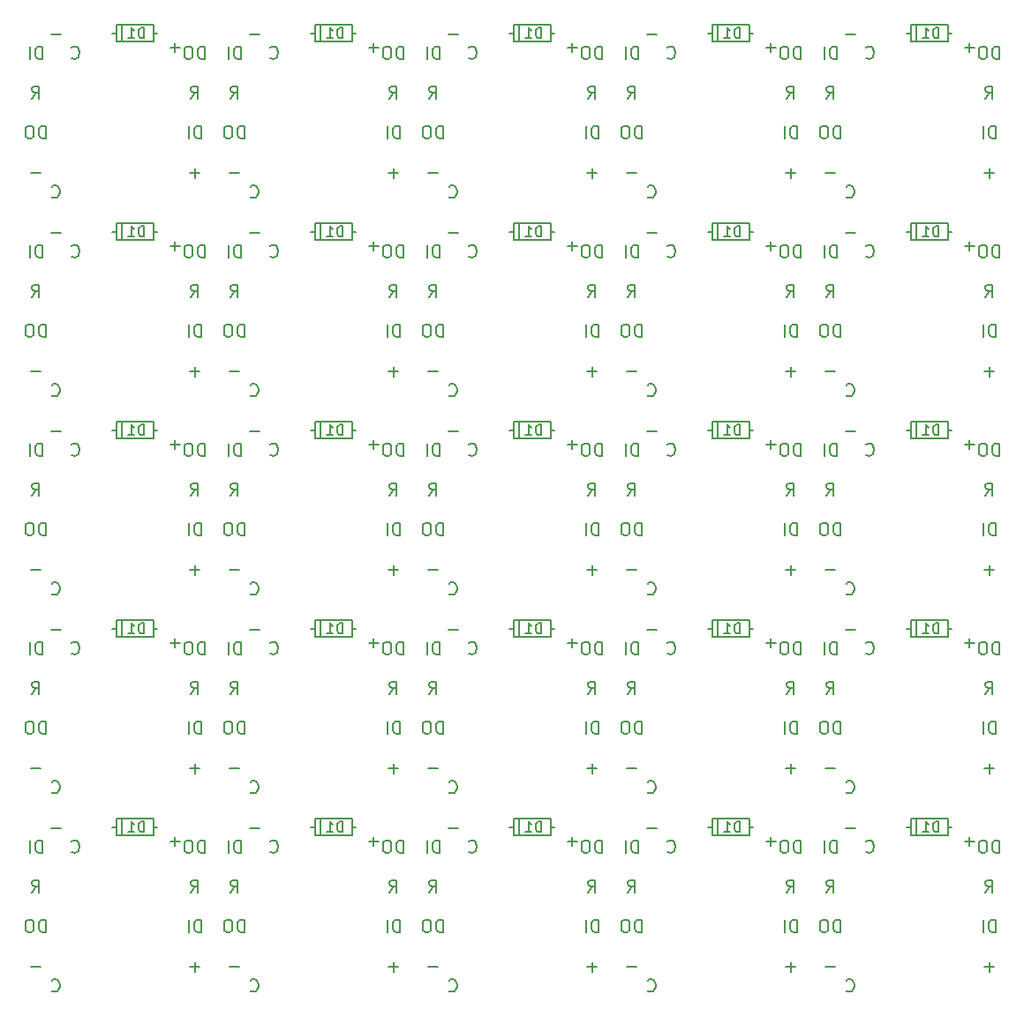
<source format=gbo>
G04 #@! TF.GenerationSoftware,KiCad,Pcbnew,5.0.0-fee4fd1~66~ubuntu18.04.1*
G04 #@! TF.CreationDate,2018-09-16T19:45:11+09:00*
G04 #@! TF.ProjectId,MxLEDBit,4D784C45444269742E6B696361645F70,1*
G04 #@! TF.SameCoordinates,Original*
G04 #@! TF.FileFunction,Legend,Bot*
G04 #@! TF.FilePolarity,Positive*
%FSLAX46Y46*%
G04 Gerber Fmt 4.6, Leading zero omitted, Abs format (unit mm)*
G04 Created by KiCad (PCBNEW 5.0.0-fee4fd1~66~ubuntu18.04.1) date Sun Sep 16 19:45:11 2018*
%MOMM*%
%LPD*%
G01*
G04 APERTURE LIST*
%ADD10C,0.200000*%
G04 APERTURE END LIST*
D10*
X172542142Y-116925714D02*
X171627857Y-116925714D01*
X172085000Y-117382857D02*
X172085000Y-116468571D01*
X156473571Y-109762857D02*
X156873571Y-109191428D01*
X157159285Y-109762857D02*
X157159285Y-108562857D01*
X156702142Y-108562857D01*
X156587857Y-108620000D01*
X156530714Y-108677142D01*
X156473571Y-108791428D01*
X156473571Y-108962857D01*
X156530714Y-109077142D01*
X156587857Y-109134285D01*
X156702142Y-109191428D01*
X157159285Y-109191428D01*
X159207142Y-103590714D02*
X158292857Y-103590714D01*
X173027857Y-105952857D02*
X173027857Y-104752857D01*
X172742142Y-104752857D01*
X172570714Y-104810000D01*
X172456428Y-104924285D01*
X172399285Y-105038571D01*
X172342142Y-105267142D01*
X172342142Y-105438571D01*
X172399285Y-105667142D01*
X172456428Y-105781428D01*
X172570714Y-105895714D01*
X172742142Y-105952857D01*
X173027857Y-105952857D01*
X171599285Y-104752857D02*
X171370714Y-104752857D01*
X171256428Y-104810000D01*
X171142142Y-104924285D01*
X171085000Y-105152857D01*
X171085000Y-105552857D01*
X171142142Y-105781428D01*
X171256428Y-105895714D01*
X171370714Y-105952857D01*
X171599285Y-105952857D01*
X171713571Y-105895714D01*
X171827857Y-105781428D01*
X171885000Y-105552857D01*
X171885000Y-105152857D01*
X171827857Y-104924285D01*
X171713571Y-104810000D01*
X171599285Y-104752857D01*
X170637142Y-104860714D02*
X169722857Y-104860714D01*
X170180000Y-105317857D02*
X170180000Y-104403571D01*
X157302142Y-116925714D02*
X156387857Y-116925714D01*
X157787857Y-113572857D02*
X157787857Y-112372857D01*
X157502142Y-112372857D01*
X157330714Y-112430000D01*
X157216428Y-112544285D01*
X157159285Y-112658571D01*
X157102142Y-112887142D01*
X157102142Y-113058571D01*
X157159285Y-113287142D01*
X157216428Y-113401428D01*
X157330714Y-113515714D01*
X157502142Y-113572857D01*
X157787857Y-113572857D01*
X156359285Y-112372857D02*
X156130714Y-112372857D01*
X156016428Y-112430000D01*
X155902142Y-112544285D01*
X155845000Y-112772857D01*
X155845000Y-113172857D01*
X155902142Y-113401428D01*
X156016428Y-113515714D01*
X156130714Y-113572857D01*
X156359285Y-113572857D01*
X156473571Y-113515714D01*
X156587857Y-113401428D01*
X156645000Y-113172857D01*
X156645000Y-112772857D01*
X156587857Y-112544285D01*
X156473571Y-112430000D01*
X156359285Y-112372857D01*
X172685000Y-113572857D02*
X172685000Y-112372857D01*
X172399285Y-112372857D01*
X172227857Y-112430000D01*
X172113571Y-112544285D01*
X172056428Y-112658571D01*
X171999285Y-112887142D01*
X171999285Y-113058571D01*
X172056428Y-113287142D01*
X172113571Y-113401428D01*
X172227857Y-113515714D01*
X172399285Y-113572857D01*
X172685000Y-113572857D01*
X171485000Y-113572857D02*
X171485000Y-112372857D01*
X171713571Y-109762857D02*
X172113571Y-109191428D01*
X172399285Y-109762857D02*
X172399285Y-108562857D01*
X171942142Y-108562857D01*
X171827857Y-108620000D01*
X171770714Y-108677142D01*
X171713571Y-108791428D01*
X171713571Y-108962857D01*
X171770714Y-109077142D01*
X171827857Y-109134285D01*
X171942142Y-109191428D01*
X172399285Y-109191428D01*
X160283571Y-105838571D02*
X160340714Y-105895714D01*
X160512142Y-105952857D01*
X160626428Y-105952857D01*
X160797857Y-105895714D01*
X160912142Y-105781428D01*
X160969285Y-105667142D01*
X161026428Y-105438571D01*
X161026428Y-105267142D01*
X160969285Y-105038571D01*
X160912142Y-104924285D01*
X160797857Y-104810000D01*
X160626428Y-104752857D01*
X160512142Y-104752857D01*
X160340714Y-104810000D01*
X160283571Y-104867142D01*
X158378571Y-119173571D02*
X158435714Y-119230714D01*
X158607142Y-119287857D01*
X158721428Y-119287857D01*
X158892857Y-119230714D01*
X159007142Y-119116428D01*
X159064285Y-119002142D01*
X159121428Y-118773571D01*
X159121428Y-118602142D01*
X159064285Y-118373571D01*
X159007142Y-118259285D01*
X158892857Y-118145000D01*
X158721428Y-118087857D01*
X158607142Y-118087857D01*
X158435714Y-118145000D01*
X158378571Y-118202142D01*
X157445000Y-105952857D02*
X157445000Y-104752857D01*
X157159285Y-104752857D01*
X156987857Y-104810000D01*
X156873571Y-104924285D01*
X156816428Y-105038571D01*
X156759285Y-105267142D01*
X156759285Y-105438571D01*
X156816428Y-105667142D01*
X156873571Y-105781428D01*
X156987857Y-105895714D01*
X157159285Y-105952857D01*
X157445000Y-105952857D01*
X156245000Y-105952857D02*
X156245000Y-104752857D01*
X172542142Y-59775714D02*
X171627857Y-59775714D01*
X172085000Y-60232857D02*
X172085000Y-59318571D01*
X172542142Y-78825714D02*
X171627857Y-78825714D01*
X172085000Y-79282857D02*
X172085000Y-78368571D01*
X172542142Y-97875714D02*
X171627857Y-97875714D01*
X172085000Y-98332857D02*
X172085000Y-97418571D01*
X156473571Y-52612857D02*
X156873571Y-52041428D01*
X157159285Y-52612857D02*
X157159285Y-51412857D01*
X156702142Y-51412857D01*
X156587857Y-51470000D01*
X156530714Y-51527142D01*
X156473571Y-51641428D01*
X156473571Y-51812857D01*
X156530714Y-51927142D01*
X156587857Y-51984285D01*
X156702142Y-52041428D01*
X157159285Y-52041428D01*
X156473571Y-71662857D02*
X156873571Y-71091428D01*
X157159285Y-71662857D02*
X157159285Y-70462857D01*
X156702142Y-70462857D01*
X156587857Y-70520000D01*
X156530714Y-70577142D01*
X156473571Y-70691428D01*
X156473571Y-70862857D01*
X156530714Y-70977142D01*
X156587857Y-71034285D01*
X156702142Y-71091428D01*
X157159285Y-71091428D01*
X156473571Y-90712857D02*
X156873571Y-90141428D01*
X157159285Y-90712857D02*
X157159285Y-89512857D01*
X156702142Y-89512857D01*
X156587857Y-89570000D01*
X156530714Y-89627142D01*
X156473571Y-89741428D01*
X156473571Y-89912857D01*
X156530714Y-90027142D01*
X156587857Y-90084285D01*
X156702142Y-90141428D01*
X157159285Y-90141428D01*
X159207142Y-46440714D02*
X158292857Y-46440714D01*
X159207142Y-65490714D02*
X158292857Y-65490714D01*
X159207142Y-84540714D02*
X158292857Y-84540714D01*
X173027857Y-48802857D02*
X173027857Y-47602857D01*
X172742142Y-47602857D01*
X172570714Y-47660000D01*
X172456428Y-47774285D01*
X172399285Y-47888571D01*
X172342142Y-48117142D01*
X172342142Y-48288571D01*
X172399285Y-48517142D01*
X172456428Y-48631428D01*
X172570714Y-48745714D01*
X172742142Y-48802857D01*
X173027857Y-48802857D01*
X171599285Y-47602857D02*
X171370714Y-47602857D01*
X171256428Y-47660000D01*
X171142142Y-47774285D01*
X171085000Y-48002857D01*
X171085000Y-48402857D01*
X171142142Y-48631428D01*
X171256428Y-48745714D01*
X171370714Y-48802857D01*
X171599285Y-48802857D01*
X171713571Y-48745714D01*
X171827857Y-48631428D01*
X171885000Y-48402857D01*
X171885000Y-48002857D01*
X171827857Y-47774285D01*
X171713571Y-47660000D01*
X171599285Y-47602857D01*
X173027857Y-67852857D02*
X173027857Y-66652857D01*
X172742142Y-66652857D01*
X172570714Y-66710000D01*
X172456428Y-66824285D01*
X172399285Y-66938571D01*
X172342142Y-67167142D01*
X172342142Y-67338571D01*
X172399285Y-67567142D01*
X172456428Y-67681428D01*
X172570714Y-67795714D01*
X172742142Y-67852857D01*
X173027857Y-67852857D01*
X171599285Y-66652857D02*
X171370714Y-66652857D01*
X171256428Y-66710000D01*
X171142142Y-66824285D01*
X171085000Y-67052857D01*
X171085000Y-67452857D01*
X171142142Y-67681428D01*
X171256428Y-67795714D01*
X171370714Y-67852857D01*
X171599285Y-67852857D01*
X171713571Y-67795714D01*
X171827857Y-67681428D01*
X171885000Y-67452857D01*
X171885000Y-67052857D01*
X171827857Y-66824285D01*
X171713571Y-66710000D01*
X171599285Y-66652857D01*
X173027857Y-86902857D02*
X173027857Y-85702857D01*
X172742142Y-85702857D01*
X172570714Y-85760000D01*
X172456428Y-85874285D01*
X172399285Y-85988571D01*
X172342142Y-86217142D01*
X172342142Y-86388571D01*
X172399285Y-86617142D01*
X172456428Y-86731428D01*
X172570714Y-86845714D01*
X172742142Y-86902857D01*
X173027857Y-86902857D01*
X171599285Y-85702857D02*
X171370714Y-85702857D01*
X171256428Y-85760000D01*
X171142142Y-85874285D01*
X171085000Y-86102857D01*
X171085000Y-86502857D01*
X171142142Y-86731428D01*
X171256428Y-86845714D01*
X171370714Y-86902857D01*
X171599285Y-86902857D01*
X171713571Y-86845714D01*
X171827857Y-86731428D01*
X171885000Y-86502857D01*
X171885000Y-86102857D01*
X171827857Y-85874285D01*
X171713571Y-85760000D01*
X171599285Y-85702857D01*
X170637142Y-47710714D02*
X169722857Y-47710714D01*
X170180000Y-48167857D02*
X170180000Y-47253571D01*
X170637142Y-66760714D02*
X169722857Y-66760714D01*
X170180000Y-67217857D02*
X170180000Y-66303571D01*
X170637142Y-85810714D02*
X169722857Y-85810714D01*
X170180000Y-86267857D02*
X170180000Y-85353571D01*
X157302142Y-59775714D02*
X156387857Y-59775714D01*
X157302142Y-78825714D02*
X156387857Y-78825714D01*
X157302142Y-97875714D02*
X156387857Y-97875714D01*
X157787857Y-56422857D02*
X157787857Y-55222857D01*
X157502142Y-55222857D01*
X157330714Y-55280000D01*
X157216428Y-55394285D01*
X157159285Y-55508571D01*
X157102142Y-55737142D01*
X157102142Y-55908571D01*
X157159285Y-56137142D01*
X157216428Y-56251428D01*
X157330714Y-56365714D01*
X157502142Y-56422857D01*
X157787857Y-56422857D01*
X156359285Y-55222857D02*
X156130714Y-55222857D01*
X156016428Y-55280000D01*
X155902142Y-55394285D01*
X155845000Y-55622857D01*
X155845000Y-56022857D01*
X155902142Y-56251428D01*
X156016428Y-56365714D01*
X156130714Y-56422857D01*
X156359285Y-56422857D01*
X156473571Y-56365714D01*
X156587857Y-56251428D01*
X156645000Y-56022857D01*
X156645000Y-55622857D01*
X156587857Y-55394285D01*
X156473571Y-55280000D01*
X156359285Y-55222857D01*
X157787857Y-75472857D02*
X157787857Y-74272857D01*
X157502142Y-74272857D01*
X157330714Y-74330000D01*
X157216428Y-74444285D01*
X157159285Y-74558571D01*
X157102142Y-74787142D01*
X157102142Y-74958571D01*
X157159285Y-75187142D01*
X157216428Y-75301428D01*
X157330714Y-75415714D01*
X157502142Y-75472857D01*
X157787857Y-75472857D01*
X156359285Y-74272857D02*
X156130714Y-74272857D01*
X156016428Y-74330000D01*
X155902142Y-74444285D01*
X155845000Y-74672857D01*
X155845000Y-75072857D01*
X155902142Y-75301428D01*
X156016428Y-75415714D01*
X156130714Y-75472857D01*
X156359285Y-75472857D01*
X156473571Y-75415714D01*
X156587857Y-75301428D01*
X156645000Y-75072857D01*
X156645000Y-74672857D01*
X156587857Y-74444285D01*
X156473571Y-74330000D01*
X156359285Y-74272857D01*
X157787857Y-94522857D02*
X157787857Y-93322857D01*
X157502142Y-93322857D01*
X157330714Y-93380000D01*
X157216428Y-93494285D01*
X157159285Y-93608571D01*
X157102142Y-93837142D01*
X157102142Y-94008571D01*
X157159285Y-94237142D01*
X157216428Y-94351428D01*
X157330714Y-94465714D01*
X157502142Y-94522857D01*
X157787857Y-94522857D01*
X156359285Y-93322857D02*
X156130714Y-93322857D01*
X156016428Y-93380000D01*
X155902142Y-93494285D01*
X155845000Y-93722857D01*
X155845000Y-94122857D01*
X155902142Y-94351428D01*
X156016428Y-94465714D01*
X156130714Y-94522857D01*
X156359285Y-94522857D01*
X156473571Y-94465714D01*
X156587857Y-94351428D01*
X156645000Y-94122857D01*
X156645000Y-93722857D01*
X156587857Y-93494285D01*
X156473571Y-93380000D01*
X156359285Y-93322857D01*
X172685000Y-56422857D02*
X172685000Y-55222857D01*
X172399285Y-55222857D01*
X172227857Y-55280000D01*
X172113571Y-55394285D01*
X172056428Y-55508571D01*
X171999285Y-55737142D01*
X171999285Y-55908571D01*
X172056428Y-56137142D01*
X172113571Y-56251428D01*
X172227857Y-56365714D01*
X172399285Y-56422857D01*
X172685000Y-56422857D01*
X171485000Y-56422857D02*
X171485000Y-55222857D01*
X172685000Y-75472857D02*
X172685000Y-74272857D01*
X172399285Y-74272857D01*
X172227857Y-74330000D01*
X172113571Y-74444285D01*
X172056428Y-74558571D01*
X171999285Y-74787142D01*
X171999285Y-74958571D01*
X172056428Y-75187142D01*
X172113571Y-75301428D01*
X172227857Y-75415714D01*
X172399285Y-75472857D01*
X172685000Y-75472857D01*
X171485000Y-75472857D02*
X171485000Y-74272857D01*
X172685000Y-94522857D02*
X172685000Y-93322857D01*
X172399285Y-93322857D01*
X172227857Y-93380000D01*
X172113571Y-93494285D01*
X172056428Y-93608571D01*
X171999285Y-93837142D01*
X171999285Y-94008571D01*
X172056428Y-94237142D01*
X172113571Y-94351428D01*
X172227857Y-94465714D01*
X172399285Y-94522857D01*
X172685000Y-94522857D01*
X171485000Y-94522857D02*
X171485000Y-93322857D01*
X171713571Y-52612857D02*
X172113571Y-52041428D01*
X172399285Y-52612857D02*
X172399285Y-51412857D01*
X171942142Y-51412857D01*
X171827857Y-51470000D01*
X171770714Y-51527142D01*
X171713571Y-51641428D01*
X171713571Y-51812857D01*
X171770714Y-51927142D01*
X171827857Y-51984285D01*
X171942142Y-52041428D01*
X172399285Y-52041428D01*
X171713571Y-71662857D02*
X172113571Y-71091428D01*
X172399285Y-71662857D02*
X172399285Y-70462857D01*
X171942142Y-70462857D01*
X171827857Y-70520000D01*
X171770714Y-70577142D01*
X171713571Y-70691428D01*
X171713571Y-70862857D01*
X171770714Y-70977142D01*
X171827857Y-71034285D01*
X171942142Y-71091428D01*
X172399285Y-71091428D01*
X171713571Y-90712857D02*
X172113571Y-90141428D01*
X172399285Y-90712857D02*
X172399285Y-89512857D01*
X171942142Y-89512857D01*
X171827857Y-89570000D01*
X171770714Y-89627142D01*
X171713571Y-89741428D01*
X171713571Y-89912857D01*
X171770714Y-90027142D01*
X171827857Y-90084285D01*
X171942142Y-90141428D01*
X172399285Y-90141428D01*
X160283571Y-48688571D02*
X160340714Y-48745714D01*
X160512142Y-48802857D01*
X160626428Y-48802857D01*
X160797857Y-48745714D01*
X160912142Y-48631428D01*
X160969285Y-48517142D01*
X161026428Y-48288571D01*
X161026428Y-48117142D01*
X160969285Y-47888571D01*
X160912142Y-47774285D01*
X160797857Y-47660000D01*
X160626428Y-47602857D01*
X160512142Y-47602857D01*
X160340714Y-47660000D01*
X160283571Y-47717142D01*
X160283571Y-67738571D02*
X160340714Y-67795714D01*
X160512142Y-67852857D01*
X160626428Y-67852857D01*
X160797857Y-67795714D01*
X160912142Y-67681428D01*
X160969285Y-67567142D01*
X161026428Y-67338571D01*
X161026428Y-67167142D01*
X160969285Y-66938571D01*
X160912142Y-66824285D01*
X160797857Y-66710000D01*
X160626428Y-66652857D01*
X160512142Y-66652857D01*
X160340714Y-66710000D01*
X160283571Y-66767142D01*
X160283571Y-86788571D02*
X160340714Y-86845714D01*
X160512142Y-86902857D01*
X160626428Y-86902857D01*
X160797857Y-86845714D01*
X160912142Y-86731428D01*
X160969285Y-86617142D01*
X161026428Y-86388571D01*
X161026428Y-86217142D01*
X160969285Y-85988571D01*
X160912142Y-85874285D01*
X160797857Y-85760000D01*
X160626428Y-85702857D01*
X160512142Y-85702857D01*
X160340714Y-85760000D01*
X160283571Y-85817142D01*
X158378571Y-62023571D02*
X158435714Y-62080714D01*
X158607142Y-62137857D01*
X158721428Y-62137857D01*
X158892857Y-62080714D01*
X159007142Y-61966428D01*
X159064285Y-61852142D01*
X159121428Y-61623571D01*
X159121428Y-61452142D01*
X159064285Y-61223571D01*
X159007142Y-61109285D01*
X158892857Y-60995000D01*
X158721428Y-60937857D01*
X158607142Y-60937857D01*
X158435714Y-60995000D01*
X158378571Y-61052142D01*
X158378571Y-81073571D02*
X158435714Y-81130714D01*
X158607142Y-81187857D01*
X158721428Y-81187857D01*
X158892857Y-81130714D01*
X159007142Y-81016428D01*
X159064285Y-80902142D01*
X159121428Y-80673571D01*
X159121428Y-80502142D01*
X159064285Y-80273571D01*
X159007142Y-80159285D01*
X158892857Y-80045000D01*
X158721428Y-79987857D01*
X158607142Y-79987857D01*
X158435714Y-80045000D01*
X158378571Y-80102142D01*
X158378571Y-100123571D02*
X158435714Y-100180714D01*
X158607142Y-100237857D01*
X158721428Y-100237857D01*
X158892857Y-100180714D01*
X159007142Y-100066428D01*
X159064285Y-99952142D01*
X159121428Y-99723571D01*
X159121428Y-99552142D01*
X159064285Y-99323571D01*
X159007142Y-99209285D01*
X158892857Y-99095000D01*
X158721428Y-99037857D01*
X158607142Y-99037857D01*
X158435714Y-99095000D01*
X158378571Y-99152142D01*
X157445000Y-48802857D02*
X157445000Y-47602857D01*
X157159285Y-47602857D01*
X156987857Y-47660000D01*
X156873571Y-47774285D01*
X156816428Y-47888571D01*
X156759285Y-48117142D01*
X156759285Y-48288571D01*
X156816428Y-48517142D01*
X156873571Y-48631428D01*
X156987857Y-48745714D01*
X157159285Y-48802857D01*
X157445000Y-48802857D01*
X156245000Y-48802857D02*
X156245000Y-47602857D01*
X157445000Y-67852857D02*
X157445000Y-66652857D01*
X157159285Y-66652857D01*
X156987857Y-66710000D01*
X156873571Y-66824285D01*
X156816428Y-66938571D01*
X156759285Y-67167142D01*
X156759285Y-67338571D01*
X156816428Y-67567142D01*
X156873571Y-67681428D01*
X156987857Y-67795714D01*
X157159285Y-67852857D01*
X157445000Y-67852857D01*
X156245000Y-67852857D02*
X156245000Y-66652857D01*
X157445000Y-86902857D02*
X157445000Y-85702857D01*
X157159285Y-85702857D01*
X156987857Y-85760000D01*
X156873571Y-85874285D01*
X156816428Y-85988571D01*
X156759285Y-86217142D01*
X156759285Y-86388571D01*
X156816428Y-86617142D01*
X156873571Y-86731428D01*
X156987857Y-86845714D01*
X157159285Y-86902857D01*
X157445000Y-86902857D01*
X156245000Y-86902857D02*
X156245000Y-85702857D01*
X171713571Y-128812857D02*
X172113571Y-128241428D01*
X172399285Y-128812857D02*
X172399285Y-127612857D01*
X171942142Y-127612857D01*
X171827857Y-127670000D01*
X171770714Y-127727142D01*
X171713571Y-127841428D01*
X171713571Y-128012857D01*
X171770714Y-128127142D01*
X171827857Y-128184285D01*
X171942142Y-128241428D01*
X172399285Y-128241428D01*
X173027857Y-125002857D02*
X173027857Y-123802857D01*
X172742142Y-123802857D01*
X172570714Y-123860000D01*
X172456428Y-123974285D01*
X172399285Y-124088571D01*
X172342142Y-124317142D01*
X172342142Y-124488571D01*
X172399285Y-124717142D01*
X172456428Y-124831428D01*
X172570714Y-124945714D01*
X172742142Y-125002857D01*
X173027857Y-125002857D01*
X171599285Y-123802857D02*
X171370714Y-123802857D01*
X171256428Y-123860000D01*
X171142142Y-123974285D01*
X171085000Y-124202857D01*
X171085000Y-124602857D01*
X171142142Y-124831428D01*
X171256428Y-124945714D01*
X171370714Y-125002857D01*
X171599285Y-125002857D01*
X171713571Y-124945714D01*
X171827857Y-124831428D01*
X171885000Y-124602857D01*
X171885000Y-124202857D01*
X171827857Y-123974285D01*
X171713571Y-123860000D01*
X171599285Y-123802857D01*
X158378571Y-138223571D02*
X158435714Y-138280714D01*
X158607142Y-138337857D01*
X158721428Y-138337857D01*
X158892857Y-138280714D01*
X159007142Y-138166428D01*
X159064285Y-138052142D01*
X159121428Y-137823571D01*
X159121428Y-137652142D01*
X159064285Y-137423571D01*
X159007142Y-137309285D01*
X158892857Y-137195000D01*
X158721428Y-137137857D01*
X158607142Y-137137857D01*
X158435714Y-137195000D01*
X158378571Y-137252142D01*
X170637142Y-123910714D02*
X169722857Y-123910714D01*
X170180000Y-124367857D02*
X170180000Y-123453571D01*
X159207142Y-122640714D02*
X158292857Y-122640714D01*
X157445000Y-125002857D02*
X157445000Y-123802857D01*
X157159285Y-123802857D01*
X156987857Y-123860000D01*
X156873571Y-123974285D01*
X156816428Y-124088571D01*
X156759285Y-124317142D01*
X156759285Y-124488571D01*
X156816428Y-124717142D01*
X156873571Y-124831428D01*
X156987857Y-124945714D01*
X157159285Y-125002857D01*
X157445000Y-125002857D01*
X156245000Y-125002857D02*
X156245000Y-123802857D01*
X157302142Y-135975714D02*
X156387857Y-135975714D01*
X172542142Y-135975714D02*
X171627857Y-135975714D01*
X172085000Y-136432857D02*
X172085000Y-135518571D01*
X156473571Y-128812857D02*
X156873571Y-128241428D01*
X157159285Y-128812857D02*
X157159285Y-127612857D01*
X156702142Y-127612857D01*
X156587857Y-127670000D01*
X156530714Y-127727142D01*
X156473571Y-127841428D01*
X156473571Y-128012857D01*
X156530714Y-128127142D01*
X156587857Y-128184285D01*
X156702142Y-128241428D01*
X157159285Y-128241428D01*
X157787857Y-132622857D02*
X157787857Y-131422857D01*
X157502142Y-131422857D01*
X157330714Y-131480000D01*
X157216428Y-131594285D01*
X157159285Y-131708571D01*
X157102142Y-131937142D01*
X157102142Y-132108571D01*
X157159285Y-132337142D01*
X157216428Y-132451428D01*
X157330714Y-132565714D01*
X157502142Y-132622857D01*
X157787857Y-132622857D01*
X156359285Y-131422857D02*
X156130714Y-131422857D01*
X156016428Y-131480000D01*
X155902142Y-131594285D01*
X155845000Y-131822857D01*
X155845000Y-132222857D01*
X155902142Y-132451428D01*
X156016428Y-132565714D01*
X156130714Y-132622857D01*
X156359285Y-132622857D01*
X156473571Y-132565714D01*
X156587857Y-132451428D01*
X156645000Y-132222857D01*
X156645000Y-131822857D01*
X156587857Y-131594285D01*
X156473571Y-131480000D01*
X156359285Y-131422857D01*
X172685000Y-132622857D02*
X172685000Y-131422857D01*
X172399285Y-131422857D01*
X172227857Y-131480000D01*
X172113571Y-131594285D01*
X172056428Y-131708571D01*
X171999285Y-131937142D01*
X171999285Y-132108571D01*
X172056428Y-132337142D01*
X172113571Y-132451428D01*
X172227857Y-132565714D01*
X172399285Y-132622857D01*
X172685000Y-132622857D01*
X171485000Y-132622857D02*
X171485000Y-131422857D01*
X160283571Y-124888571D02*
X160340714Y-124945714D01*
X160512142Y-125002857D01*
X160626428Y-125002857D01*
X160797857Y-124945714D01*
X160912142Y-124831428D01*
X160969285Y-124717142D01*
X161026428Y-124488571D01*
X161026428Y-124317142D01*
X160969285Y-124088571D01*
X160912142Y-123974285D01*
X160797857Y-123860000D01*
X160626428Y-123802857D01*
X160512142Y-123802857D01*
X160340714Y-123860000D01*
X160283571Y-123917142D01*
X138395000Y-125002857D02*
X138395000Y-123802857D01*
X138109285Y-123802857D01*
X137937857Y-123860000D01*
X137823571Y-123974285D01*
X137766428Y-124088571D01*
X137709285Y-124317142D01*
X137709285Y-124488571D01*
X137766428Y-124717142D01*
X137823571Y-124831428D01*
X137937857Y-124945714D01*
X138109285Y-125002857D01*
X138395000Y-125002857D01*
X137195000Y-125002857D02*
X137195000Y-123802857D01*
X119345000Y-125002857D02*
X119345000Y-123802857D01*
X119059285Y-123802857D01*
X118887857Y-123860000D01*
X118773571Y-123974285D01*
X118716428Y-124088571D01*
X118659285Y-124317142D01*
X118659285Y-124488571D01*
X118716428Y-124717142D01*
X118773571Y-124831428D01*
X118887857Y-124945714D01*
X119059285Y-125002857D01*
X119345000Y-125002857D01*
X118145000Y-125002857D02*
X118145000Y-123802857D01*
X100295000Y-125002857D02*
X100295000Y-123802857D01*
X100009285Y-123802857D01*
X99837857Y-123860000D01*
X99723571Y-123974285D01*
X99666428Y-124088571D01*
X99609285Y-124317142D01*
X99609285Y-124488571D01*
X99666428Y-124717142D01*
X99723571Y-124831428D01*
X99837857Y-124945714D01*
X100009285Y-125002857D01*
X100295000Y-125002857D01*
X99095000Y-125002857D02*
X99095000Y-123802857D01*
X81245000Y-125002857D02*
X81245000Y-123802857D01*
X80959285Y-123802857D01*
X80787857Y-123860000D01*
X80673571Y-123974285D01*
X80616428Y-124088571D01*
X80559285Y-124317142D01*
X80559285Y-124488571D01*
X80616428Y-124717142D01*
X80673571Y-124831428D01*
X80787857Y-124945714D01*
X80959285Y-125002857D01*
X81245000Y-125002857D01*
X80045000Y-125002857D02*
X80045000Y-123802857D01*
X138395000Y-105952857D02*
X138395000Y-104752857D01*
X138109285Y-104752857D01*
X137937857Y-104810000D01*
X137823571Y-104924285D01*
X137766428Y-105038571D01*
X137709285Y-105267142D01*
X137709285Y-105438571D01*
X137766428Y-105667142D01*
X137823571Y-105781428D01*
X137937857Y-105895714D01*
X138109285Y-105952857D01*
X138395000Y-105952857D01*
X137195000Y-105952857D02*
X137195000Y-104752857D01*
X119345000Y-105952857D02*
X119345000Y-104752857D01*
X119059285Y-104752857D01*
X118887857Y-104810000D01*
X118773571Y-104924285D01*
X118716428Y-105038571D01*
X118659285Y-105267142D01*
X118659285Y-105438571D01*
X118716428Y-105667142D01*
X118773571Y-105781428D01*
X118887857Y-105895714D01*
X119059285Y-105952857D01*
X119345000Y-105952857D01*
X118145000Y-105952857D02*
X118145000Y-104752857D01*
X100295000Y-105952857D02*
X100295000Y-104752857D01*
X100009285Y-104752857D01*
X99837857Y-104810000D01*
X99723571Y-104924285D01*
X99666428Y-105038571D01*
X99609285Y-105267142D01*
X99609285Y-105438571D01*
X99666428Y-105667142D01*
X99723571Y-105781428D01*
X99837857Y-105895714D01*
X100009285Y-105952857D01*
X100295000Y-105952857D01*
X99095000Y-105952857D02*
X99095000Y-104752857D01*
X81245000Y-105952857D02*
X81245000Y-104752857D01*
X80959285Y-104752857D01*
X80787857Y-104810000D01*
X80673571Y-104924285D01*
X80616428Y-105038571D01*
X80559285Y-105267142D01*
X80559285Y-105438571D01*
X80616428Y-105667142D01*
X80673571Y-105781428D01*
X80787857Y-105895714D01*
X80959285Y-105952857D01*
X81245000Y-105952857D01*
X80045000Y-105952857D02*
X80045000Y-104752857D01*
X138395000Y-86902857D02*
X138395000Y-85702857D01*
X138109285Y-85702857D01*
X137937857Y-85760000D01*
X137823571Y-85874285D01*
X137766428Y-85988571D01*
X137709285Y-86217142D01*
X137709285Y-86388571D01*
X137766428Y-86617142D01*
X137823571Y-86731428D01*
X137937857Y-86845714D01*
X138109285Y-86902857D01*
X138395000Y-86902857D01*
X137195000Y-86902857D02*
X137195000Y-85702857D01*
X119345000Y-86902857D02*
X119345000Y-85702857D01*
X119059285Y-85702857D01*
X118887857Y-85760000D01*
X118773571Y-85874285D01*
X118716428Y-85988571D01*
X118659285Y-86217142D01*
X118659285Y-86388571D01*
X118716428Y-86617142D01*
X118773571Y-86731428D01*
X118887857Y-86845714D01*
X119059285Y-86902857D01*
X119345000Y-86902857D01*
X118145000Y-86902857D02*
X118145000Y-85702857D01*
X100295000Y-86902857D02*
X100295000Y-85702857D01*
X100009285Y-85702857D01*
X99837857Y-85760000D01*
X99723571Y-85874285D01*
X99666428Y-85988571D01*
X99609285Y-86217142D01*
X99609285Y-86388571D01*
X99666428Y-86617142D01*
X99723571Y-86731428D01*
X99837857Y-86845714D01*
X100009285Y-86902857D01*
X100295000Y-86902857D01*
X99095000Y-86902857D02*
X99095000Y-85702857D01*
X81245000Y-86902857D02*
X81245000Y-85702857D01*
X80959285Y-85702857D01*
X80787857Y-85760000D01*
X80673571Y-85874285D01*
X80616428Y-85988571D01*
X80559285Y-86217142D01*
X80559285Y-86388571D01*
X80616428Y-86617142D01*
X80673571Y-86731428D01*
X80787857Y-86845714D01*
X80959285Y-86902857D01*
X81245000Y-86902857D01*
X80045000Y-86902857D02*
X80045000Y-85702857D01*
X138395000Y-67852857D02*
X138395000Y-66652857D01*
X138109285Y-66652857D01*
X137937857Y-66710000D01*
X137823571Y-66824285D01*
X137766428Y-66938571D01*
X137709285Y-67167142D01*
X137709285Y-67338571D01*
X137766428Y-67567142D01*
X137823571Y-67681428D01*
X137937857Y-67795714D01*
X138109285Y-67852857D01*
X138395000Y-67852857D01*
X137195000Y-67852857D02*
X137195000Y-66652857D01*
X119345000Y-67852857D02*
X119345000Y-66652857D01*
X119059285Y-66652857D01*
X118887857Y-66710000D01*
X118773571Y-66824285D01*
X118716428Y-66938571D01*
X118659285Y-67167142D01*
X118659285Y-67338571D01*
X118716428Y-67567142D01*
X118773571Y-67681428D01*
X118887857Y-67795714D01*
X119059285Y-67852857D01*
X119345000Y-67852857D01*
X118145000Y-67852857D02*
X118145000Y-66652857D01*
X100295000Y-67852857D02*
X100295000Y-66652857D01*
X100009285Y-66652857D01*
X99837857Y-66710000D01*
X99723571Y-66824285D01*
X99666428Y-66938571D01*
X99609285Y-67167142D01*
X99609285Y-67338571D01*
X99666428Y-67567142D01*
X99723571Y-67681428D01*
X99837857Y-67795714D01*
X100009285Y-67852857D01*
X100295000Y-67852857D01*
X99095000Y-67852857D02*
X99095000Y-66652857D01*
X81245000Y-67852857D02*
X81245000Y-66652857D01*
X80959285Y-66652857D01*
X80787857Y-66710000D01*
X80673571Y-66824285D01*
X80616428Y-66938571D01*
X80559285Y-67167142D01*
X80559285Y-67338571D01*
X80616428Y-67567142D01*
X80673571Y-67681428D01*
X80787857Y-67795714D01*
X80959285Y-67852857D01*
X81245000Y-67852857D01*
X80045000Y-67852857D02*
X80045000Y-66652857D01*
X138395000Y-48802857D02*
X138395000Y-47602857D01*
X138109285Y-47602857D01*
X137937857Y-47660000D01*
X137823571Y-47774285D01*
X137766428Y-47888571D01*
X137709285Y-48117142D01*
X137709285Y-48288571D01*
X137766428Y-48517142D01*
X137823571Y-48631428D01*
X137937857Y-48745714D01*
X138109285Y-48802857D01*
X138395000Y-48802857D01*
X137195000Y-48802857D02*
X137195000Y-47602857D01*
X119345000Y-48802857D02*
X119345000Y-47602857D01*
X119059285Y-47602857D01*
X118887857Y-47660000D01*
X118773571Y-47774285D01*
X118716428Y-47888571D01*
X118659285Y-48117142D01*
X118659285Y-48288571D01*
X118716428Y-48517142D01*
X118773571Y-48631428D01*
X118887857Y-48745714D01*
X119059285Y-48802857D01*
X119345000Y-48802857D01*
X118145000Y-48802857D02*
X118145000Y-47602857D01*
X100295000Y-48802857D02*
X100295000Y-47602857D01*
X100009285Y-47602857D01*
X99837857Y-47660000D01*
X99723571Y-47774285D01*
X99666428Y-47888571D01*
X99609285Y-48117142D01*
X99609285Y-48288571D01*
X99666428Y-48517142D01*
X99723571Y-48631428D01*
X99837857Y-48745714D01*
X100009285Y-48802857D01*
X100295000Y-48802857D01*
X99095000Y-48802857D02*
X99095000Y-47602857D01*
X139328571Y-138223571D02*
X139385714Y-138280714D01*
X139557142Y-138337857D01*
X139671428Y-138337857D01*
X139842857Y-138280714D01*
X139957142Y-138166428D01*
X140014285Y-138052142D01*
X140071428Y-137823571D01*
X140071428Y-137652142D01*
X140014285Y-137423571D01*
X139957142Y-137309285D01*
X139842857Y-137195000D01*
X139671428Y-137137857D01*
X139557142Y-137137857D01*
X139385714Y-137195000D01*
X139328571Y-137252142D01*
X120278571Y-138223571D02*
X120335714Y-138280714D01*
X120507142Y-138337857D01*
X120621428Y-138337857D01*
X120792857Y-138280714D01*
X120907142Y-138166428D01*
X120964285Y-138052142D01*
X121021428Y-137823571D01*
X121021428Y-137652142D01*
X120964285Y-137423571D01*
X120907142Y-137309285D01*
X120792857Y-137195000D01*
X120621428Y-137137857D01*
X120507142Y-137137857D01*
X120335714Y-137195000D01*
X120278571Y-137252142D01*
X101228571Y-138223571D02*
X101285714Y-138280714D01*
X101457142Y-138337857D01*
X101571428Y-138337857D01*
X101742857Y-138280714D01*
X101857142Y-138166428D01*
X101914285Y-138052142D01*
X101971428Y-137823571D01*
X101971428Y-137652142D01*
X101914285Y-137423571D01*
X101857142Y-137309285D01*
X101742857Y-137195000D01*
X101571428Y-137137857D01*
X101457142Y-137137857D01*
X101285714Y-137195000D01*
X101228571Y-137252142D01*
X82178571Y-138223571D02*
X82235714Y-138280714D01*
X82407142Y-138337857D01*
X82521428Y-138337857D01*
X82692857Y-138280714D01*
X82807142Y-138166428D01*
X82864285Y-138052142D01*
X82921428Y-137823571D01*
X82921428Y-137652142D01*
X82864285Y-137423571D01*
X82807142Y-137309285D01*
X82692857Y-137195000D01*
X82521428Y-137137857D01*
X82407142Y-137137857D01*
X82235714Y-137195000D01*
X82178571Y-137252142D01*
X139328571Y-119173571D02*
X139385714Y-119230714D01*
X139557142Y-119287857D01*
X139671428Y-119287857D01*
X139842857Y-119230714D01*
X139957142Y-119116428D01*
X140014285Y-119002142D01*
X140071428Y-118773571D01*
X140071428Y-118602142D01*
X140014285Y-118373571D01*
X139957142Y-118259285D01*
X139842857Y-118145000D01*
X139671428Y-118087857D01*
X139557142Y-118087857D01*
X139385714Y-118145000D01*
X139328571Y-118202142D01*
X120278571Y-119173571D02*
X120335714Y-119230714D01*
X120507142Y-119287857D01*
X120621428Y-119287857D01*
X120792857Y-119230714D01*
X120907142Y-119116428D01*
X120964285Y-119002142D01*
X121021428Y-118773571D01*
X121021428Y-118602142D01*
X120964285Y-118373571D01*
X120907142Y-118259285D01*
X120792857Y-118145000D01*
X120621428Y-118087857D01*
X120507142Y-118087857D01*
X120335714Y-118145000D01*
X120278571Y-118202142D01*
X101228571Y-119173571D02*
X101285714Y-119230714D01*
X101457142Y-119287857D01*
X101571428Y-119287857D01*
X101742857Y-119230714D01*
X101857142Y-119116428D01*
X101914285Y-119002142D01*
X101971428Y-118773571D01*
X101971428Y-118602142D01*
X101914285Y-118373571D01*
X101857142Y-118259285D01*
X101742857Y-118145000D01*
X101571428Y-118087857D01*
X101457142Y-118087857D01*
X101285714Y-118145000D01*
X101228571Y-118202142D01*
X82178571Y-119173571D02*
X82235714Y-119230714D01*
X82407142Y-119287857D01*
X82521428Y-119287857D01*
X82692857Y-119230714D01*
X82807142Y-119116428D01*
X82864285Y-119002142D01*
X82921428Y-118773571D01*
X82921428Y-118602142D01*
X82864285Y-118373571D01*
X82807142Y-118259285D01*
X82692857Y-118145000D01*
X82521428Y-118087857D01*
X82407142Y-118087857D01*
X82235714Y-118145000D01*
X82178571Y-118202142D01*
X139328571Y-100123571D02*
X139385714Y-100180714D01*
X139557142Y-100237857D01*
X139671428Y-100237857D01*
X139842857Y-100180714D01*
X139957142Y-100066428D01*
X140014285Y-99952142D01*
X140071428Y-99723571D01*
X140071428Y-99552142D01*
X140014285Y-99323571D01*
X139957142Y-99209285D01*
X139842857Y-99095000D01*
X139671428Y-99037857D01*
X139557142Y-99037857D01*
X139385714Y-99095000D01*
X139328571Y-99152142D01*
X120278571Y-100123571D02*
X120335714Y-100180714D01*
X120507142Y-100237857D01*
X120621428Y-100237857D01*
X120792857Y-100180714D01*
X120907142Y-100066428D01*
X120964285Y-99952142D01*
X121021428Y-99723571D01*
X121021428Y-99552142D01*
X120964285Y-99323571D01*
X120907142Y-99209285D01*
X120792857Y-99095000D01*
X120621428Y-99037857D01*
X120507142Y-99037857D01*
X120335714Y-99095000D01*
X120278571Y-99152142D01*
X101228571Y-100123571D02*
X101285714Y-100180714D01*
X101457142Y-100237857D01*
X101571428Y-100237857D01*
X101742857Y-100180714D01*
X101857142Y-100066428D01*
X101914285Y-99952142D01*
X101971428Y-99723571D01*
X101971428Y-99552142D01*
X101914285Y-99323571D01*
X101857142Y-99209285D01*
X101742857Y-99095000D01*
X101571428Y-99037857D01*
X101457142Y-99037857D01*
X101285714Y-99095000D01*
X101228571Y-99152142D01*
X82178571Y-100123571D02*
X82235714Y-100180714D01*
X82407142Y-100237857D01*
X82521428Y-100237857D01*
X82692857Y-100180714D01*
X82807142Y-100066428D01*
X82864285Y-99952142D01*
X82921428Y-99723571D01*
X82921428Y-99552142D01*
X82864285Y-99323571D01*
X82807142Y-99209285D01*
X82692857Y-99095000D01*
X82521428Y-99037857D01*
X82407142Y-99037857D01*
X82235714Y-99095000D01*
X82178571Y-99152142D01*
X139328571Y-81073571D02*
X139385714Y-81130714D01*
X139557142Y-81187857D01*
X139671428Y-81187857D01*
X139842857Y-81130714D01*
X139957142Y-81016428D01*
X140014285Y-80902142D01*
X140071428Y-80673571D01*
X140071428Y-80502142D01*
X140014285Y-80273571D01*
X139957142Y-80159285D01*
X139842857Y-80045000D01*
X139671428Y-79987857D01*
X139557142Y-79987857D01*
X139385714Y-80045000D01*
X139328571Y-80102142D01*
X120278571Y-81073571D02*
X120335714Y-81130714D01*
X120507142Y-81187857D01*
X120621428Y-81187857D01*
X120792857Y-81130714D01*
X120907142Y-81016428D01*
X120964285Y-80902142D01*
X121021428Y-80673571D01*
X121021428Y-80502142D01*
X120964285Y-80273571D01*
X120907142Y-80159285D01*
X120792857Y-80045000D01*
X120621428Y-79987857D01*
X120507142Y-79987857D01*
X120335714Y-80045000D01*
X120278571Y-80102142D01*
X101228571Y-81073571D02*
X101285714Y-81130714D01*
X101457142Y-81187857D01*
X101571428Y-81187857D01*
X101742857Y-81130714D01*
X101857142Y-81016428D01*
X101914285Y-80902142D01*
X101971428Y-80673571D01*
X101971428Y-80502142D01*
X101914285Y-80273571D01*
X101857142Y-80159285D01*
X101742857Y-80045000D01*
X101571428Y-79987857D01*
X101457142Y-79987857D01*
X101285714Y-80045000D01*
X101228571Y-80102142D01*
X82178571Y-81073571D02*
X82235714Y-81130714D01*
X82407142Y-81187857D01*
X82521428Y-81187857D01*
X82692857Y-81130714D01*
X82807142Y-81016428D01*
X82864285Y-80902142D01*
X82921428Y-80673571D01*
X82921428Y-80502142D01*
X82864285Y-80273571D01*
X82807142Y-80159285D01*
X82692857Y-80045000D01*
X82521428Y-79987857D01*
X82407142Y-79987857D01*
X82235714Y-80045000D01*
X82178571Y-80102142D01*
X139328571Y-62023571D02*
X139385714Y-62080714D01*
X139557142Y-62137857D01*
X139671428Y-62137857D01*
X139842857Y-62080714D01*
X139957142Y-61966428D01*
X140014285Y-61852142D01*
X140071428Y-61623571D01*
X140071428Y-61452142D01*
X140014285Y-61223571D01*
X139957142Y-61109285D01*
X139842857Y-60995000D01*
X139671428Y-60937857D01*
X139557142Y-60937857D01*
X139385714Y-60995000D01*
X139328571Y-61052142D01*
X120278571Y-62023571D02*
X120335714Y-62080714D01*
X120507142Y-62137857D01*
X120621428Y-62137857D01*
X120792857Y-62080714D01*
X120907142Y-61966428D01*
X120964285Y-61852142D01*
X121021428Y-61623571D01*
X121021428Y-61452142D01*
X120964285Y-61223571D01*
X120907142Y-61109285D01*
X120792857Y-60995000D01*
X120621428Y-60937857D01*
X120507142Y-60937857D01*
X120335714Y-60995000D01*
X120278571Y-61052142D01*
X101228571Y-62023571D02*
X101285714Y-62080714D01*
X101457142Y-62137857D01*
X101571428Y-62137857D01*
X101742857Y-62080714D01*
X101857142Y-61966428D01*
X101914285Y-61852142D01*
X101971428Y-61623571D01*
X101971428Y-61452142D01*
X101914285Y-61223571D01*
X101857142Y-61109285D01*
X101742857Y-60995000D01*
X101571428Y-60937857D01*
X101457142Y-60937857D01*
X101285714Y-60995000D01*
X101228571Y-61052142D01*
X141233571Y-124888571D02*
X141290714Y-124945714D01*
X141462142Y-125002857D01*
X141576428Y-125002857D01*
X141747857Y-124945714D01*
X141862142Y-124831428D01*
X141919285Y-124717142D01*
X141976428Y-124488571D01*
X141976428Y-124317142D01*
X141919285Y-124088571D01*
X141862142Y-123974285D01*
X141747857Y-123860000D01*
X141576428Y-123802857D01*
X141462142Y-123802857D01*
X141290714Y-123860000D01*
X141233571Y-123917142D01*
X122183571Y-124888571D02*
X122240714Y-124945714D01*
X122412142Y-125002857D01*
X122526428Y-125002857D01*
X122697857Y-124945714D01*
X122812142Y-124831428D01*
X122869285Y-124717142D01*
X122926428Y-124488571D01*
X122926428Y-124317142D01*
X122869285Y-124088571D01*
X122812142Y-123974285D01*
X122697857Y-123860000D01*
X122526428Y-123802857D01*
X122412142Y-123802857D01*
X122240714Y-123860000D01*
X122183571Y-123917142D01*
X103133571Y-124888571D02*
X103190714Y-124945714D01*
X103362142Y-125002857D01*
X103476428Y-125002857D01*
X103647857Y-124945714D01*
X103762142Y-124831428D01*
X103819285Y-124717142D01*
X103876428Y-124488571D01*
X103876428Y-124317142D01*
X103819285Y-124088571D01*
X103762142Y-123974285D01*
X103647857Y-123860000D01*
X103476428Y-123802857D01*
X103362142Y-123802857D01*
X103190714Y-123860000D01*
X103133571Y-123917142D01*
X84083571Y-124888571D02*
X84140714Y-124945714D01*
X84312142Y-125002857D01*
X84426428Y-125002857D01*
X84597857Y-124945714D01*
X84712142Y-124831428D01*
X84769285Y-124717142D01*
X84826428Y-124488571D01*
X84826428Y-124317142D01*
X84769285Y-124088571D01*
X84712142Y-123974285D01*
X84597857Y-123860000D01*
X84426428Y-123802857D01*
X84312142Y-123802857D01*
X84140714Y-123860000D01*
X84083571Y-123917142D01*
X141233571Y-105838571D02*
X141290714Y-105895714D01*
X141462142Y-105952857D01*
X141576428Y-105952857D01*
X141747857Y-105895714D01*
X141862142Y-105781428D01*
X141919285Y-105667142D01*
X141976428Y-105438571D01*
X141976428Y-105267142D01*
X141919285Y-105038571D01*
X141862142Y-104924285D01*
X141747857Y-104810000D01*
X141576428Y-104752857D01*
X141462142Y-104752857D01*
X141290714Y-104810000D01*
X141233571Y-104867142D01*
X122183571Y-105838571D02*
X122240714Y-105895714D01*
X122412142Y-105952857D01*
X122526428Y-105952857D01*
X122697857Y-105895714D01*
X122812142Y-105781428D01*
X122869285Y-105667142D01*
X122926428Y-105438571D01*
X122926428Y-105267142D01*
X122869285Y-105038571D01*
X122812142Y-104924285D01*
X122697857Y-104810000D01*
X122526428Y-104752857D01*
X122412142Y-104752857D01*
X122240714Y-104810000D01*
X122183571Y-104867142D01*
X103133571Y-105838571D02*
X103190714Y-105895714D01*
X103362142Y-105952857D01*
X103476428Y-105952857D01*
X103647857Y-105895714D01*
X103762142Y-105781428D01*
X103819285Y-105667142D01*
X103876428Y-105438571D01*
X103876428Y-105267142D01*
X103819285Y-105038571D01*
X103762142Y-104924285D01*
X103647857Y-104810000D01*
X103476428Y-104752857D01*
X103362142Y-104752857D01*
X103190714Y-104810000D01*
X103133571Y-104867142D01*
X84083571Y-105838571D02*
X84140714Y-105895714D01*
X84312142Y-105952857D01*
X84426428Y-105952857D01*
X84597857Y-105895714D01*
X84712142Y-105781428D01*
X84769285Y-105667142D01*
X84826428Y-105438571D01*
X84826428Y-105267142D01*
X84769285Y-105038571D01*
X84712142Y-104924285D01*
X84597857Y-104810000D01*
X84426428Y-104752857D01*
X84312142Y-104752857D01*
X84140714Y-104810000D01*
X84083571Y-104867142D01*
X141233571Y-86788571D02*
X141290714Y-86845714D01*
X141462142Y-86902857D01*
X141576428Y-86902857D01*
X141747857Y-86845714D01*
X141862142Y-86731428D01*
X141919285Y-86617142D01*
X141976428Y-86388571D01*
X141976428Y-86217142D01*
X141919285Y-85988571D01*
X141862142Y-85874285D01*
X141747857Y-85760000D01*
X141576428Y-85702857D01*
X141462142Y-85702857D01*
X141290714Y-85760000D01*
X141233571Y-85817142D01*
X122183571Y-86788571D02*
X122240714Y-86845714D01*
X122412142Y-86902857D01*
X122526428Y-86902857D01*
X122697857Y-86845714D01*
X122812142Y-86731428D01*
X122869285Y-86617142D01*
X122926428Y-86388571D01*
X122926428Y-86217142D01*
X122869285Y-85988571D01*
X122812142Y-85874285D01*
X122697857Y-85760000D01*
X122526428Y-85702857D01*
X122412142Y-85702857D01*
X122240714Y-85760000D01*
X122183571Y-85817142D01*
X103133571Y-86788571D02*
X103190714Y-86845714D01*
X103362142Y-86902857D01*
X103476428Y-86902857D01*
X103647857Y-86845714D01*
X103762142Y-86731428D01*
X103819285Y-86617142D01*
X103876428Y-86388571D01*
X103876428Y-86217142D01*
X103819285Y-85988571D01*
X103762142Y-85874285D01*
X103647857Y-85760000D01*
X103476428Y-85702857D01*
X103362142Y-85702857D01*
X103190714Y-85760000D01*
X103133571Y-85817142D01*
X84083571Y-86788571D02*
X84140714Y-86845714D01*
X84312142Y-86902857D01*
X84426428Y-86902857D01*
X84597857Y-86845714D01*
X84712142Y-86731428D01*
X84769285Y-86617142D01*
X84826428Y-86388571D01*
X84826428Y-86217142D01*
X84769285Y-85988571D01*
X84712142Y-85874285D01*
X84597857Y-85760000D01*
X84426428Y-85702857D01*
X84312142Y-85702857D01*
X84140714Y-85760000D01*
X84083571Y-85817142D01*
X141233571Y-67738571D02*
X141290714Y-67795714D01*
X141462142Y-67852857D01*
X141576428Y-67852857D01*
X141747857Y-67795714D01*
X141862142Y-67681428D01*
X141919285Y-67567142D01*
X141976428Y-67338571D01*
X141976428Y-67167142D01*
X141919285Y-66938571D01*
X141862142Y-66824285D01*
X141747857Y-66710000D01*
X141576428Y-66652857D01*
X141462142Y-66652857D01*
X141290714Y-66710000D01*
X141233571Y-66767142D01*
X122183571Y-67738571D02*
X122240714Y-67795714D01*
X122412142Y-67852857D01*
X122526428Y-67852857D01*
X122697857Y-67795714D01*
X122812142Y-67681428D01*
X122869285Y-67567142D01*
X122926428Y-67338571D01*
X122926428Y-67167142D01*
X122869285Y-66938571D01*
X122812142Y-66824285D01*
X122697857Y-66710000D01*
X122526428Y-66652857D01*
X122412142Y-66652857D01*
X122240714Y-66710000D01*
X122183571Y-66767142D01*
X103133571Y-67738571D02*
X103190714Y-67795714D01*
X103362142Y-67852857D01*
X103476428Y-67852857D01*
X103647857Y-67795714D01*
X103762142Y-67681428D01*
X103819285Y-67567142D01*
X103876428Y-67338571D01*
X103876428Y-67167142D01*
X103819285Y-66938571D01*
X103762142Y-66824285D01*
X103647857Y-66710000D01*
X103476428Y-66652857D01*
X103362142Y-66652857D01*
X103190714Y-66710000D01*
X103133571Y-66767142D01*
X84083571Y-67738571D02*
X84140714Y-67795714D01*
X84312142Y-67852857D01*
X84426428Y-67852857D01*
X84597857Y-67795714D01*
X84712142Y-67681428D01*
X84769285Y-67567142D01*
X84826428Y-67338571D01*
X84826428Y-67167142D01*
X84769285Y-66938571D01*
X84712142Y-66824285D01*
X84597857Y-66710000D01*
X84426428Y-66652857D01*
X84312142Y-66652857D01*
X84140714Y-66710000D01*
X84083571Y-66767142D01*
X141233571Y-48688571D02*
X141290714Y-48745714D01*
X141462142Y-48802857D01*
X141576428Y-48802857D01*
X141747857Y-48745714D01*
X141862142Y-48631428D01*
X141919285Y-48517142D01*
X141976428Y-48288571D01*
X141976428Y-48117142D01*
X141919285Y-47888571D01*
X141862142Y-47774285D01*
X141747857Y-47660000D01*
X141576428Y-47602857D01*
X141462142Y-47602857D01*
X141290714Y-47660000D01*
X141233571Y-47717142D01*
X122183571Y-48688571D02*
X122240714Y-48745714D01*
X122412142Y-48802857D01*
X122526428Y-48802857D01*
X122697857Y-48745714D01*
X122812142Y-48631428D01*
X122869285Y-48517142D01*
X122926428Y-48288571D01*
X122926428Y-48117142D01*
X122869285Y-47888571D01*
X122812142Y-47774285D01*
X122697857Y-47660000D01*
X122526428Y-47602857D01*
X122412142Y-47602857D01*
X122240714Y-47660000D01*
X122183571Y-47717142D01*
X103133571Y-48688571D02*
X103190714Y-48745714D01*
X103362142Y-48802857D01*
X103476428Y-48802857D01*
X103647857Y-48745714D01*
X103762142Y-48631428D01*
X103819285Y-48517142D01*
X103876428Y-48288571D01*
X103876428Y-48117142D01*
X103819285Y-47888571D01*
X103762142Y-47774285D01*
X103647857Y-47660000D01*
X103476428Y-47602857D01*
X103362142Y-47602857D01*
X103190714Y-47660000D01*
X103133571Y-47717142D01*
X152663571Y-128812857D02*
X153063571Y-128241428D01*
X153349285Y-128812857D02*
X153349285Y-127612857D01*
X152892142Y-127612857D01*
X152777857Y-127670000D01*
X152720714Y-127727142D01*
X152663571Y-127841428D01*
X152663571Y-128012857D01*
X152720714Y-128127142D01*
X152777857Y-128184285D01*
X152892142Y-128241428D01*
X153349285Y-128241428D01*
X133613571Y-128812857D02*
X134013571Y-128241428D01*
X134299285Y-128812857D02*
X134299285Y-127612857D01*
X133842142Y-127612857D01*
X133727857Y-127670000D01*
X133670714Y-127727142D01*
X133613571Y-127841428D01*
X133613571Y-128012857D01*
X133670714Y-128127142D01*
X133727857Y-128184285D01*
X133842142Y-128241428D01*
X134299285Y-128241428D01*
X114563571Y-128812857D02*
X114963571Y-128241428D01*
X115249285Y-128812857D02*
X115249285Y-127612857D01*
X114792142Y-127612857D01*
X114677857Y-127670000D01*
X114620714Y-127727142D01*
X114563571Y-127841428D01*
X114563571Y-128012857D01*
X114620714Y-128127142D01*
X114677857Y-128184285D01*
X114792142Y-128241428D01*
X115249285Y-128241428D01*
X95513571Y-128812857D02*
X95913571Y-128241428D01*
X96199285Y-128812857D02*
X96199285Y-127612857D01*
X95742142Y-127612857D01*
X95627857Y-127670000D01*
X95570714Y-127727142D01*
X95513571Y-127841428D01*
X95513571Y-128012857D01*
X95570714Y-128127142D01*
X95627857Y-128184285D01*
X95742142Y-128241428D01*
X96199285Y-128241428D01*
X152663571Y-109762857D02*
X153063571Y-109191428D01*
X153349285Y-109762857D02*
X153349285Y-108562857D01*
X152892142Y-108562857D01*
X152777857Y-108620000D01*
X152720714Y-108677142D01*
X152663571Y-108791428D01*
X152663571Y-108962857D01*
X152720714Y-109077142D01*
X152777857Y-109134285D01*
X152892142Y-109191428D01*
X153349285Y-109191428D01*
X133613571Y-109762857D02*
X134013571Y-109191428D01*
X134299285Y-109762857D02*
X134299285Y-108562857D01*
X133842142Y-108562857D01*
X133727857Y-108620000D01*
X133670714Y-108677142D01*
X133613571Y-108791428D01*
X133613571Y-108962857D01*
X133670714Y-109077142D01*
X133727857Y-109134285D01*
X133842142Y-109191428D01*
X134299285Y-109191428D01*
X114563571Y-109762857D02*
X114963571Y-109191428D01*
X115249285Y-109762857D02*
X115249285Y-108562857D01*
X114792142Y-108562857D01*
X114677857Y-108620000D01*
X114620714Y-108677142D01*
X114563571Y-108791428D01*
X114563571Y-108962857D01*
X114620714Y-109077142D01*
X114677857Y-109134285D01*
X114792142Y-109191428D01*
X115249285Y-109191428D01*
X95513571Y-109762857D02*
X95913571Y-109191428D01*
X96199285Y-109762857D02*
X96199285Y-108562857D01*
X95742142Y-108562857D01*
X95627857Y-108620000D01*
X95570714Y-108677142D01*
X95513571Y-108791428D01*
X95513571Y-108962857D01*
X95570714Y-109077142D01*
X95627857Y-109134285D01*
X95742142Y-109191428D01*
X96199285Y-109191428D01*
X152663571Y-90712857D02*
X153063571Y-90141428D01*
X153349285Y-90712857D02*
X153349285Y-89512857D01*
X152892142Y-89512857D01*
X152777857Y-89570000D01*
X152720714Y-89627142D01*
X152663571Y-89741428D01*
X152663571Y-89912857D01*
X152720714Y-90027142D01*
X152777857Y-90084285D01*
X152892142Y-90141428D01*
X153349285Y-90141428D01*
X133613571Y-90712857D02*
X134013571Y-90141428D01*
X134299285Y-90712857D02*
X134299285Y-89512857D01*
X133842142Y-89512857D01*
X133727857Y-89570000D01*
X133670714Y-89627142D01*
X133613571Y-89741428D01*
X133613571Y-89912857D01*
X133670714Y-90027142D01*
X133727857Y-90084285D01*
X133842142Y-90141428D01*
X134299285Y-90141428D01*
X114563571Y-90712857D02*
X114963571Y-90141428D01*
X115249285Y-90712857D02*
X115249285Y-89512857D01*
X114792142Y-89512857D01*
X114677857Y-89570000D01*
X114620714Y-89627142D01*
X114563571Y-89741428D01*
X114563571Y-89912857D01*
X114620714Y-90027142D01*
X114677857Y-90084285D01*
X114792142Y-90141428D01*
X115249285Y-90141428D01*
X95513571Y-90712857D02*
X95913571Y-90141428D01*
X96199285Y-90712857D02*
X96199285Y-89512857D01*
X95742142Y-89512857D01*
X95627857Y-89570000D01*
X95570714Y-89627142D01*
X95513571Y-89741428D01*
X95513571Y-89912857D01*
X95570714Y-90027142D01*
X95627857Y-90084285D01*
X95742142Y-90141428D01*
X96199285Y-90141428D01*
X152663571Y-71662857D02*
X153063571Y-71091428D01*
X153349285Y-71662857D02*
X153349285Y-70462857D01*
X152892142Y-70462857D01*
X152777857Y-70520000D01*
X152720714Y-70577142D01*
X152663571Y-70691428D01*
X152663571Y-70862857D01*
X152720714Y-70977142D01*
X152777857Y-71034285D01*
X152892142Y-71091428D01*
X153349285Y-71091428D01*
X133613571Y-71662857D02*
X134013571Y-71091428D01*
X134299285Y-71662857D02*
X134299285Y-70462857D01*
X133842142Y-70462857D01*
X133727857Y-70520000D01*
X133670714Y-70577142D01*
X133613571Y-70691428D01*
X133613571Y-70862857D01*
X133670714Y-70977142D01*
X133727857Y-71034285D01*
X133842142Y-71091428D01*
X134299285Y-71091428D01*
X114563571Y-71662857D02*
X114963571Y-71091428D01*
X115249285Y-71662857D02*
X115249285Y-70462857D01*
X114792142Y-70462857D01*
X114677857Y-70520000D01*
X114620714Y-70577142D01*
X114563571Y-70691428D01*
X114563571Y-70862857D01*
X114620714Y-70977142D01*
X114677857Y-71034285D01*
X114792142Y-71091428D01*
X115249285Y-71091428D01*
X95513571Y-71662857D02*
X95913571Y-71091428D01*
X96199285Y-71662857D02*
X96199285Y-70462857D01*
X95742142Y-70462857D01*
X95627857Y-70520000D01*
X95570714Y-70577142D01*
X95513571Y-70691428D01*
X95513571Y-70862857D01*
X95570714Y-70977142D01*
X95627857Y-71034285D01*
X95742142Y-71091428D01*
X96199285Y-71091428D01*
X152663571Y-52612857D02*
X153063571Y-52041428D01*
X153349285Y-52612857D02*
X153349285Y-51412857D01*
X152892142Y-51412857D01*
X152777857Y-51470000D01*
X152720714Y-51527142D01*
X152663571Y-51641428D01*
X152663571Y-51812857D01*
X152720714Y-51927142D01*
X152777857Y-51984285D01*
X152892142Y-52041428D01*
X153349285Y-52041428D01*
X133613571Y-52612857D02*
X134013571Y-52041428D01*
X134299285Y-52612857D02*
X134299285Y-51412857D01*
X133842142Y-51412857D01*
X133727857Y-51470000D01*
X133670714Y-51527142D01*
X133613571Y-51641428D01*
X133613571Y-51812857D01*
X133670714Y-51927142D01*
X133727857Y-51984285D01*
X133842142Y-52041428D01*
X134299285Y-52041428D01*
X114563571Y-52612857D02*
X114963571Y-52041428D01*
X115249285Y-52612857D02*
X115249285Y-51412857D01*
X114792142Y-51412857D01*
X114677857Y-51470000D01*
X114620714Y-51527142D01*
X114563571Y-51641428D01*
X114563571Y-51812857D01*
X114620714Y-51927142D01*
X114677857Y-51984285D01*
X114792142Y-52041428D01*
X115249285Y-52041428D01*
X153635000Y-132622857D02*
X153635000Y-131422857D01*
X153349285Y-131422857D01*
X153177857Y-131480000D01*
X153063571Y-131594285D01*
X153006428Y-131708571D01*
X152949285Y-131937142D01*
X152949285Y-132108571D01*
X153006428Y-132337142D01*
X153063571Y-132451428D01*
X153177857Y-132565714D01*
X153349285Y-132622857D01*
X153635000Y-132622857D01*
X152435000Y-132622857D02*
X152435000Y-131422857D01*
X134585000Y-132622857D02*
X134585000Y-131422857D01*
X134299285Y-131422857D01*
X134127857Y-131480000D01*
X134013571Y-131594285D01*
X133956428Y-131708571D01*
X133899285Y-131937142D01*
X133899285Y-132108571D01*
X133956428Y-132337142D01*
X134013571Y-132451428D01*
X134127857Y-132565714D01*
X134299285Y-132622857D01*
X134585000Y-132622857D01*
X133385000Y-132622857D02*
X133385000Y-131422857D01*
X115535000Y-132622857D02*
X115535000Y-131422857D01*
X115249285Y-131422857D01*
X115077857Y-131480000D01*
X114963571Y-131594285D01*
X114906428Y-131708571D01*
X114849285Y-131937142D01*
X114849285Y-132108571D01*
X114906428Y-132337142D01*
X114963571Y-132451428D01*
X115077857Y-132565714D01*
X115249285Y-132622857D01*
X115535000Y-132622857D01*
X114335000Y-132622857D02*
X114335000Y-131422857D01*
X96485000Y-132622857D02*
X96485000Y-131422857D01*
X96199285Y-131422857D01*
X96027857Y-131480000D01*
X95913571Y-131594285D01*
X95856428Y-131708571D01*
X95799285Y-131937142D01*
X95799285Y-132108571D01*
X95856428Y-132337142D01*
X95913571Y-132451428D01*
X96027857Y-132565714D01*
X96199285Y-132622857D01*
X96485000Y-132622857D01*
X95285000Y-132622857D02*
X95285000Y-131422857D01*
X153635000Y-113572857D02*
X153635000Y-112372857D01*
X153349285Y-112372857D01*
X153177857Y-112430000D01*
X153063571Y-112544285D01*
X153006428Y-112658571D01*
X152949285Y-112887142D01*
X152949285Y-113058571D01*
X153006428Y-113287142D01*
X153063571Y-113401428D01*
X153177857Y-113515714D01*
X153349285Y-113572857D01*
X153635000Y-113572857D01*
X152435000Y-113572857D02*
X152435000Y-112372857D01*
X134585000Y-113572857D02*
X134585000Y-112372857D01*
X134299285Y-112372857D01*
X134127857Y-112430000D01*
X134013571Y-112544285D01*
X133956428Y-112658571D01*
X133899285Y-112887142D01*
X133899285Y-113058571D01*
X133956428Y-113287142D01*
X134013571Y-113401428D01*
X134127857Y-113515714D01*
X134299285Y-113572857D01*
X134585000Y-113572857D01*
X133385000Y-113572857D02*
X133385000Y-112372857D01*
X115535000Y-113572857D02*
X115535000Y-112372857D01*
X115249285Y-112372857D01*
X115077857Y-112430000D01*
X114963571Y-112544285D01*
X114906428Y-112658571D01*
X114849285Y-112887142D01*
X114849285Y-113058571D01*
X114906428Y-113287142D01*
X114963571Y-113401428D01*
X115077857Y-113515714D01*
X115249285Y-113572857D01*
X115535000Y-113572857D01*
X114335000Y-113572857D02*
X114335000Y-112372857D01*
X96485000Y-113572857D02*
X96485000Y-112372857D01*
X96199285Y-112372857D01*
X96027857Y-112430000D01*
X95913571Y-112544285D01*
X95856428Y-112658571D01*
X95799285Y-112887142D01*
X95799285Y-113058571D01*
X95856428Y-113287142D01*
X95913571Y-113401428D01*
X96027857Y-113515714D01*
X96199285Y-113572857D01*
X96485000Y-113572857D01*
X95285000Y-113572857D02*
X95285000Y-112372857D01*
X153635000Y-94522857D02*
X153635000Y-93322857D01*
X153349285Y-93322857D01*
X153177857Y-93380000D01*
X153063571Y-93494285D01*
X153006428Y-93608571D01*
X152949285Y-93837142D01*
X152949285Y-94008571D01*
X153006428Y-94237142D01*
X153063571Y-94351428D01*
X153177857Y-94465714D01*
X153349285Y-94522857D01*
X153635000Y-94522857D01*
X152435000Y-94522857D02*
X152435000Y-93322857D01*
X134585000Y-94522857D02*
X134585000Y-93322857D01*
X134299285Y-93322857D01*
X134127857Y-93380000D01*
X134013571Y-93494285D01*
X133956428Y-93608571D01*
X133899285Y-93837142D01*
X133899285Y-94008571D01*
X133956428Y-94237142D01*
X134013571Y-94351428D01*
X134127857Y-94465714D01*
X134299285Y-94522857D01*
X134585000Y-94522857D01*
X133385000Y-94522857D02*
X133385000Y-93322857D01*
X115535000Y-94522857D02*
X115535000Y-93322857D01*
X115249285Y-93322857D01*
X115077857Y-93380000D01*
X114963571Y-93494285D01*
X114906428Y-93608571D01*
X114849285Y-93837142D01*
X114849285Y-94008571D01*
X114906428Y-94237142D01*
X114963571Y-94351428D01*
X115077857Y-94465714D01*
X115249285Y-94522857D01*
X115535000Y-94522857D01*
X114335000Y-94522857D02*
X114335000Y-93322857D01*
X96485000Y-94522857D02*
X96485000Y-93322857D01*
X96199285Y-93322857D01*
X96027857Y-93380000D01*
X95913571Y-93494285D01*
X95856428Y-93608571D01*
X95799285Y-93837142D01*
X95799285Y-94008571D01*
X95856428Y-94237142D01*
X95913571Y-94351428D01*
X96027857Y-94465714D01*
X96199285Y-94522857D01*
X96485000Y-94522857D01*
X95285000Y-94522857D02*
X95285000Y-93322857D01*
X153635000Y-75472857D02*
X153635000Y-74272857D01*
X153349285Y-74272857D01*
X153177857Y-74330000D01*
X153063571Y-74444285D01*
X153006428Y-74558571D01*
X152949285Y-74787142D01*
X152949285Y-74958571D01*
X153006428Y-75187142D01*
X153063571Y-75301428D01*
X153177857Y-75415714D01*
X153349285Y-75472857D01*
X153635000Y-75472857D01*
X152435000Y-75472857D02*
X152435000Y-74272857D01*
X134585000Y-75472857D02*
X134585000Y-74272857D01*
X134299285Y-74272857D01*
X134127857Y-74330000D01*
X134013571Y-74444285D01*
X133956428Y-74558571D01*
X133899285Y-74787142D01*
X133899285Y-74958571D01*
X133956428Y-75187142D01*
X134013571Y-75301428D01*
X134127857Y-75415714D01*
X134299285Y-75472857D01*
X134585000Y-75472857D01*
X133385000Y-75472857D02*
X133385000Y-74272857D01*
X115535000Y-75472857D02*
X115535000Y-74272857D01*
X115249285Y-74272857D01*
X115077857Y-74330000D01*
X114963571Y-74444285D01*
X114906428Y-74558571D01*
X114849285Y-74787142D01*
X114849285Y-74958571D01*
X114906428Y-75187142D01*
X114963571Y-75301428D01*
X115077857Y-75415714D01*
X115249285Y-75472857D01*
X115535000Y-75472857D01*
X114335000Y-75472857D02*
X114335000Y-74272857D01*
X96485000Y-75472857D02*
X96485000Y-74272857D01*
X96199285Y-74272857D01*
X96027857Y-74330000D01*
X95913571Y-74444285D01*
X95856428Y-74558571D01*
X95799285Y-74787142D01*
X95799285Y-74958571D01*
X95856428Y-75187142D01*
X95913571Y-75301428D01*
X96027857Y-75415714D01*
X96199285Y-75472857D01*
X96485000Y-75472857D01*
X95285000Y-75472857D02*
X95285000Y-74272857D01*
X153635000Y-56422857D02*
X153635000Y-55222857D01*
X153349285Y-55222857D01*
X153177857Y-55280000D01*
X153063571Y-55394285D01*
X153006428Y-55508571D01*
X152949285Y-55737142D01*
X152949285Y-55908571D01*
X153006428Y-56137142D01*
X153063571Y-56251428D01*
X153177857Y-56365714D01*
X153349285Y-56422857D01*
X153635000Y-56422857D01*
X152435000Y-56422857D02*
X152435000Y-55222857D01*
X134585000Y-56422857D02*
X134585000Y-55222857D01*
X134299285Y-55222857D01*
X134127857Y-55280000D01*
X134013571Y-55394285D01*
X133956428Y-55508571D01*
X133899285Y-55737142D01*
X133899285Y-55908571D01*
X133956428Y-56137142D01*
X134013571Y-56251428D01*
X134127857Y-56365714D01*
X134299285Y-56422857D01*
X134585000Y-56422857D01*
X133385000Y-56422857D02*
X133385000Y-55222857D01*
X115535000Y-56422857D02*
X115535000Y-55222857D01*
X115249285Y-55222857D01*
X115077857Y-55280000D01*
X114963571Y-55394285D01*
X114906428Y-55508571D01*
X114849285Y-55737142D01*
X114849285Y-55908571D01*
X114906428Y-56137142D01*
X114963571Y-56251428D01*
X115077857Y-56365714D01*
X115249285Y-56422857D01*
X115535000Y-56422857D01*
X114335000Y-56422857D02*
X114335000Y-55222857D01*
X138737857Y-132622857D02*
X138737857Y-131422857D01*
X138452142Y-131422857D01*
X138280714Y-131480000D01*
X138166428Y-131594285D01*
X138109285Y-131708571D01*
X138052142Y-131937142D01*
X138052142Y-132108571D01*
X138109285Y-132337142D01*
X138166428Y-132451428D01*
X138280714Y-132565714D01*
X138452142Y-132622857D01*
X138737857Y-132622857D01*
X137309285Y-131422857D02*
X137080714Y-131422857D01*
X136966428Y-131480000D01*
X136852142Y-131594285D01*
X136795000Y-131822857D01*
X136795000Y-132222857D01*
X136852142Y-132451428D01*
X136966428Y-132565714D01*
X137080714Y-132622857D01*
X137309285Y-132622857D01*
X137423571Y-132565714D01*
X137537857Y-132451428D01*
X137595000Y-132222857D01*
X137595000Y-131822857D01*
X137537857Y-131594285D01*
X137423571Y-131480000D01*
X137309285Y-131422857D01*
X119687857Y-132622857D02*
X119687857Y-131422857D01*
X119402142Y-131422857D01*
X119230714Y-131480000D01*
X119116428Y-131594285D01*
X119059285Y-131708571D01*
X119002142Y-131937142D01*
X119002142Y-132108571D01*
X119059285Y-132337142D01*
X119116428Y-132451428D01*
X119230714Y-132565714D01*
X119402142Y-132622857D01*
X119687857Y-132622857D01*
X118259285Y-131422857D02*
X118030714Y-131422857D01*
X117916428Y-131480000D01*
X117802142Y-131594285D01*
X117745000Y-131822857D01*
X117745000Y-132222857D01*
X117802142Y-132451428D01*
X117916428Y-132565714D01*
X118030714Y-132622857D01*
X118259285Y-132622857D01*
X118373571Y-132565714D01*
X118487857Y-132451428D01*
X118545000Y-132222857D01*
X118545000Y-131822857D01*
X118487857Y-131594285D01*
X118373571Y-131480000D01*
X118259285Y-131422857D01*
X100637857Y-132622857D02*
X100637857Y-131422857D01*
X100352142Y-131422857D01*
X100180714Y-131480000D01*
X100066428Y-131594285D01*
X100009285Y-131708571D01*
X99952142Y-131937142D01*
X99952142Y-132108571D01*
X100009285Y-132337142D01*
X100066428Y-132451428D01*
X100180714Y-132565714D01*
X100352142Y-132622857D01*
X100637857Y-132622857D01*
X99209285Y-131422857D02*
X98980714Y-131422857D01*
X98866428Y-131480000D01*
X98752142Y-131594285D01*
X98695000Y-131822857D01*
X98695000Y-132222857D01*
X98752142Y-132451428D01*
X98866428Y-132565714D01*
X98980714Y-132622857D01*
X99209285Y-132622857D01*
X99323571Y-132565714D01*
X99437857Y-132451428D01*
X99495000Y-132222857D01*
X99495000Y-131822857D01*
X99437857Y-131594285D01*
X99323571Y-131480000D01*
X99209285Y-131422857D01*
X81587857Y-132622857D02*
X81587857Y-131422857D01*
X81302142Y-131422857D01*
X81130714Y-131480000D01*
X81016428Y-131594285D01*
X80959285Y-131708571D01*
X80902142Y-131937142D01*
X80902142Y-132108571D01*
X80959285Y-132337142D01*
X81016428Y-132451428D01*
X81130714Y-132565714D01*
X81302142Y-132622857D01*
X81587857Y-132622857D01*
X80159285Y-131422857D02*
X79930714Y-131422857D01*
X79816428Y-131480000D01*
X79702142Y-131594285D01*
X79645000Y-131822857D01*
X79645000Y-132222857D01*
X79702142Y-132451428D01*
X79816428Y-132565714D01*
X79930714Y-132622857D01*
X80159285Y-132622857D01*
X80273571Y-132565714D01*
X80387857Y-132451428D01*
X80445000Y-132222857D01*
X80445000Y-131822857D01*
X80387857Y-131594285D01*
X80273571Y-131480000D01*
X80159285Y-131422857D01*
X138737857Y-113572857D02*
X138737857Y-112372857D01*
X138452142Y-112372857D01*
X138280714Y-112430000D01*
X138166428Y-112544285D01*
X138109285Y-112658571D01*
X138052142Y-112887142D01*
X138052142Y-113058571D01*
X138109285Y-113287142D01*
X138166428Y-113401428D01*
X138280714Y-113515714D01*
X138452142Y-113572857D01*
X138737857Y-113572857D01*
X137309285Y-112372857D02*
X137080714Y-112372857D01*
X136966428Y-112430000D01*
X136852142Y-112544285D01*
X136795000Y-112772857D01*
X136795000Y-113172857D01*
X136852142Y-113401428D01*
X136966428Y-113515714D01*
X137080714Y-113572857D01*
X137309285Y-113572857D01*
X137423571Y-113515714D01*
X137537857Y-113401428D01*
X137595000Y-113172857D01*
X137595000Y-112772857D01*
X137537857Y-112544285D01*
X137423571Y-112430000D01*
X137309285Y-112372857D01*
X119687857Y-113572857D02*
X119687857Y-112372857D01*
X119402142Y-112372857D01*
X119230714Y-112430000D01*
X119116428Y-112544285D01*
X119059285Y-112658571D01*
X119002142Y-112887142D01*
X119002142Y-113058571D01*
X119059285Y-113287142D01*
X119116428Y-113401428D01*
X119230714Y-113515714D01*
X119402142Y-113572857D01*
X119687857Y-113572857D01*
X118259285Y-112372857D02*
X118030714Y-112372857D01*
X117916428Y-112430000D01*
X117802142Y-112544285D01*
X117745000Y-112772857D01*
X117745000Y-113172857D01*
X117802142Y-113401428D01*
X117916428Y-113515714D01*
X118030714Y-113572857D01*
X118259285Y-113572857D01*
X118373571Y-113515714D01*
X118487857Y-113401428D01*
X118545000Y-113172857D01*
X118545000Y-112772857D01*
X118487857Y-112544285D01*
X118373571Y-112430000D01*
X118259285Y-112372857D01*
X100637857Y-113572857D02*
X100637857Y-112372857D01*
X100352142Y-112372857D01*
X100180714Y-112430000D01*
X100066428Y-112544285D01*
X100009285Y-112658571D01*
X99952142Y-112887142D01*
X99952142Y-113058571D01*
X100009285Y-113287142D01*
X100066428Y-113401428D01*
X100180714Y-113515714D01*
X100352142Y-113572857D01*
X100637857Y-113572857D01*
X99209285Y-112372857D02*
X98980714Y-112372857D01*
X98866428Y-112430000D01*
X98752142Y-112544285D01*
X98695000Y-112772857D01*
X98695000Y-113172857D01*
X98752142Y-113401428D01*
X98866428Y-113515714D01*
X98980714Y-113572857D01*
X99209285Y-113572857D01*
X99323571Y-113515714D01*
X99437857Y-113401428D01*
X99495000Y-113172857D01*
X99495000Y-112772857D01*
X99437857Y-112544285D01*
X99323571Y-112430000D01*
X99209285Y-112372857D01*
X81587857Y-113572857D02*
X81587857Y-112372857D01*
X81302142Y-112372857D01*
X81130714Y-112430000D01*
X81016428Y-112544285D01*
X80959285Y-112658571D01*
X80902142Y-112887142D01*
X80902142Y-113058571D01*
X80959285Y-113287142D01*
X81016428Y-113401428D01*
X81130714Y-113515714D01*
X81302142Y-113572857D01*
X81587857Y-113572857D01*
X80159285Y-112372857D02*
X79930714Y-112372857D01*
X79816428Y-112430000D01*
X79702142Y-112544285D01*
X79645000Y-112772857D01*
X79645000Y-113172857D01*
X79702142Y-113401428D01*
X79816428Y-113515714D01*
X79930714Y-113572857D01*
X80159285Y-113572857D01*
X80273571Y-113515714D01*
X80387857Y-113401428D01*
X80445000Y-113172857D01*
X80445000Y-112772857D01*
X80387857Y-112544285D01*
X80273571Y-112430000D01*
X80159285Y-112372857D01*
X138737857Y-94522857D02*
X138737857Y-93322857D01*
X138452142Y-93322857D01*
X138280714Y-93380000D01*
X138166428Y-93494285D01*
X138109285Y-93608571D01*
X138052142Y-93837142D01*
X138052142Y-94008571D01*
X138109285Y-94237142D01*
X138166428Y-94351428D01*
X138280714Y-94465714D01*
X138452142Y-94522857D01*
X138737857Y-94522857D01*
X137309285Y-93322857D02*
X137080714Y-93322857D01*
X136966428Y-93380000D01*
X136852142Y-93494285D01*
X136795000Y-93722857D01*
X136795000Y-94122857D01*
X136852142Y-94351428D01*
X136966428Y-94465714D01*
X137080714Y-94522857D01*
X137309285Y-94522857D01*
X137423571Y-94465714D01*
X137537857Y-94351428D01*
X137595000Y-94122857D01*
X137595000Y-93722857D01*
X137537857Y-93494285D01*
X137423571Y-93380000D01*
X137309285Y-93322857D01*
X119687857Y-94522857D02*
X119687857Y-93322857D01*
X119402142Y-93322857D01*
X119230714Y-93380000D01*
X119116428Y-93494285D01*
X119059285Y-93608571D01*
X119002142Y-93837142D01*
X119002142Y-94008571D01*
X119059285Y-94237142D01*
X119116428Y-94351428D01*
X119230714Y-94465714D01*
X119402142Y-94522857D01*
X119687857Y-94522857D01*
X118259285Y-93322857D02*
X118030714Y-93322857D01*
X117916428Y-93380000D01*
X117802142Y-93494285D01*
X117745000Y-93722857D01*
X117745000Y-94122857D01*
X117802142Y-94351428D01*
X117916428Y-94465714D01*
X118030714Y-94522857D01*
X118259285Y-94522857D01*
X118373571Y-94465714D01*
X118487857Y-94351428D01*
X118545000Y-94122857D01*
X118545000Y-93722857D01*
X118487857Y-93494285D01*
X118373571Y-93380000D01*
X118259285Y-93322857D01*
X100637857Y-94522857D02*
X100637857Y-93322857D01*
X100352142Y-93322857D01*
X100180714Y-93380000D01*
X100066428Y-93494285D01*
X100009285Y-93608571D01*
X99952142Y-93837142D01*
X99952142Y-94008571D01*
X100009285Y-94237142D01*
X100066428Y-94351428D01*
X100180714Y-94465714D01*
X100352142Y-94522857D01*
X100637857Y-94522857D01*
X99209285Y-93322857D02*
X98980714Y-93322857D01*
X98866428Y-93380000D01*
X98752142Y-93494285D01*
X98695000Y-93722857D01*
X98695000Y-94122857D01*
X98752142Y-94351428D01*
X98866428Y-94465714D01*
X98980714Y-94522857D01*
X99209285Y-94522857D01*
X99323571Y-94465714D01*
X99437857Y-94351428D01*
X99495000Y-94122857D01*
X99495000Y-93722857D01*
X99437857Y-93494285D01*
X99323571Y-93380000D01*
X99209285Y-93322857D01*
X81587857Y-94522857D02*
X81587857Y-93322857D01*
X81302142Y-93322857D01*
X81130714Y-93380000D01*
X81016428Y-93494285D01*
X80959285Y-93608571D01*
X80902142Y-93837142D01*
X80902142Y-94008571D01*
X80959285Y-94237142D01*
X81016428Y-94351428D01*
X81130714Y-94465714D01*
X81302142Y-94522857D01*
X81587857Y-94522857D01*
X80159285Y-93322857D02*
X79930714Y-93322857D01*
X79816428Y-93380000D01*
X79702142Y-93494285D01*
X79645000Y-93722857D01*
X79645000Y-94122857D01*
X79702142Y-94351428D01*
X79816428Y-94465714D01*
X79930714Y-94522857D01*
X80159285Y-94522857D01*
X80273571Y-94465714D01*
X80387857Y-94351428D01*
X80445000Y-94122857D01*
X80445000Y-93722857D01*
X80387857Y-93494285D01*
X80273571Y-93380000D01*
X80159285Y-93322857D01*
X138737857Y-75472857D02*
X138737857Y-74272857D01*
X138452142Y-74272857D01*
X138280714Y-74330000D01*
X138166428Y-74444285D01*
X138109285Y-74558571D01*
X138052142Y-74787142D01*
X138052142Y-74958571D01*
X138109285Y-75187142D01*
X138166428Y-75301428D01*
X138280714Y-75415714D01*
X138452142Y-75472857D01*
X138737857Y-75472857D01*
X137309285Y-74272857D02*
X137080714Y-74272857D01*
X136966428Y-74330000D01*
X136852142Y-74444285D01*
X136795000Y-74672857D01*
X136795000Y-75072857D01*
X136852142Y-75301428D01*
X136966428Y-75415714D01*
X137080714Y-75472857D01*
X137309285Y-75472857D01*
X137423571Y-75415714D01*
X137537857Y-75301428D01*
X137595000Y-75072857D01*
X137595000Y-74672857D01*
X137537857Y-74444285D01*
X137423571Y-74330000D01*
X137309285Y-74272857D01*
X119687857Y-75472857D02*
X119687857Y-74272857D01*
X119402142Y-74272857D01*
X119230714Y-74330000D01*
X119116428Y-74444285D01*
X119059285Y-74558571D01*
X119002142Y-74787142D01*
X119002142Y-74958571D01*
X119059285Y-75187142D01*
X119116428Y-75301428D01*
X119230714Y-75415714D01*
X119402142Y-75472857D01*
X119687857Y-75472857D01*
X118259285Y-74272857D02*
X118030714Y-74272857D01*
X117916428Y-74330000D01*
X117802142Y-74444285D01*
X117745000Y-74672857D01*
X117745000Y-75072857D01*
X117802142Y-75301428D01*
X117916428Y-75415714D01*
X118030714Y-75472857D01*
X118259285Y-75472857D01*
X118373571Y-75415714D01*
X118487857Y-75301428D01*
X118545000Y-75072857D01*
X118545000Y-74672857D01*
X118487857Y-74444285D01*
X118373571Y-74330000D01*
X118259285Y-74272857D01*
X100637857Y-75472857D02*
X100637857Y-74272857D01*
X100352142Y-74272857D01*
X100180714Y-74330000D01*
X100066428Y-74444285D01*
X100009285Y-74558571D01*
X99952142Y-74787142D01*
X99952142Y-74958571D01*
X100009285Y-75187142D01*
X100066428Y-75301428D01*
X100180714Y-75415714D01*
X100352142Y-75472857D01*
X100637857Y-75472857D01*
X99209285Y-74272857D02*
X98980714Y-74272857D01*
X98866428Y-74330000D01*
X98752142Y-74444285D01*
X98695000Y-74672857D01*
X98695000Y-75072857D01*
X98752142Y-75301428D01*
X98866428Y-75415714D01*
X98980714Y-75472857D01*
X99209285Y-75472857D01*
X99323571Y-75415714D01*
X99437857Y-75301428D01*
X99495000Y-75072857D01*
X99495000Y-74672857D01*
X99437857Y-74444285D01*
X99323571Y-74330000D01*
X99209285Y-74272857D01*
X81587857Y-75472857D02*
X81587857Y-74272857D01*
X81302142Y-74272857D01*
X81130714Y-74330000D01*
X81016428Y-74444285D01*
X80959285Y-74558571D01*
X80902142Y-74787142D01*
X80902142Y-74958571D01*
X80959285Y-75187142D01*
X81016428Y-75301428D01*
X81130714Y-75415714D01*
X81302142Y-75472857D01*
X81587857Y-75472857D01*
X80159285Y-74272857D02*
X79930714Y-74272857D01*
X79816428Y-74330000D01*
X79702142Y-74444285D01*
X79645000Y-74672857D01*
X79645000Y-75072857D01*
X79702142Y-75301428D01*
X79816428Y-75415714D01*
X79930714Y-75472857D01*
X80159285Y-75472857D01*
X80273571Y-75415714D01*
X80387857Y-75301428D01*
X80445000Y-75072857D01*
X80445000Y-74672857D01*
X80387857Y-74444285D01*
X80273571Y-74330000D01*
X80159285Y-74272857D01*
X138737857Y-56422857D02*
X138737857Y-55222857D01*
X138452142Y-55222857D01*
X138280714Y-55280000D01*
X138166428Y-55394285D01*
X138109285Y-55508571D01*
X138052142Y-55737142D01*
X138052142Y-55908571D01*
X138109285Y-56137142D01*
X138166428Y-56251428D01*
X138280714Y-56365714D01*
X138452142Y-56422857D01*
X138737857Y-56422857D01*
X137309285Y-55222857D02*
X137080714Y-55222857D01*
X136966428Y-55280000D01*
X136852142Y-55394285D01*
X136795000Y-55622857D01*
X136795000Y-56022857D01*
X136852142Y-56251428D01*
X136966428Y-56365714D01*
X137080714Y-56422857D01*
X137309285Y-56422857D01*
X137423571Y-56365714D01*
X137537857Y-56251428D01*
X137595000Y-56022857D01*
X137595000Y-55622857D01*
X137537857Y-55394285D01*
X137423571Y-55280000D01*
X137309285Y-55222857D01*
X119687857Y-56422857D02*
X119687857Y-55222857D01*
X119402142Y-55222857D01*
X119230714Y-55280000D01*
X119116428Y-55394285D01*
X119059285Y-55508571D01*
X119002142Y-55737142D01*
X119002142Y-55908571D01*
X119059285Y-56137142D01*
X119116428Y-56251428D01*
X119230714Y-56365714D01*
X119402142Y-56422857D01*
X119687857Y-56422857D01*
X118259285Y-55222857D02*
X118030714Y-55222857D01*
X117916428Y-55280000D01*
X117802142Y-55394285D01*
X117745000Y-55622857D01*
X117745000Y-56022857D01*
X117802142Y-56251428D01*
X117916428Y-56365714D01*
X118030714Y-56422857D01*
X118259285Y-56422857D01*
X118373571Y-56365714D01*
X118487857Y-56251428D01*
X118545000Y-56022857D01*
X118545000Y-55622857D01*
X118487857Y-55394285D01*
X118373571Y-55280000D01*
X118259285Y-55222857D01*
X100637857Y-56422857D02*
X100637857Y-55222857D01*
X100352142Y-55222857D01*
X100180714Y-55280000D01*
X100066428Y-55394285D01*
X100009285Y-55508571D01*
X99952142Y-55737142D01*
X99952142Y-55908571D01*
X100009285Y-56137142D01*
X100066428Y-56251428D01*
X100180714Y-56365714D01*
X100352142Y-56422857D01*
X100637857Y-56422857D01*
X99209285Y-55222857D02*
X98980714Y-55222857D01*
X98866428Y-55280000D01*
X98752142Y-55394285D01*
X98695000Y-55622857D01*
X98695000Y-56022857D01*
X98752142Y-56251428D01*
X98866428Y-56365714D01*
X98980714Y-56422857D01*
X99209285Y-56422857D01*
X99323571Y-56365714D01*
X99437857Y-56251428D01*
X99495000Y-56022857D01*
X99495000Y-55622857D01*
X99437857Y-55394285D01*
X99323571Y-55280000D01*
X99209285Y-55222857D01*
X138252142Y-135975714D02*
X137337857Y-135975714D01*
X119202142Y-135975714D02*
X118287857Y-135975714D01*
X100152142Y-135975714D02*
X99237857Y-135975714D01*
X81102142Y-135975714D02*
X80187857Y-135975714D01*
X138252142Y-116925714D02*
X137337857Y-116925714D01*
X119202142Y-116925714D02*
X118287857Y-116925714D01*
X100152142Y-116925714D02*
X99237857Y-116925714D01*
X81102142Y-116925714D02*
X80187857Y-116925714D01*
X138252142Y-97875714D02*
X137337857Y-97875714D01*
X119202142Y-97875714D02*
X118287857Y-97875714D01*
X100152142Y-97875714D02*
X99237857Y-97875714D01*
X81102142Y-97875714D02*
X80187857Y-97875714D01*
X138252142Y-78825714D02*
X137337857Y-78825714D01*
X119202142Y-78825714D02*
X118287857Y-78825714D01*
X100152142Y-78825714D02*
X99237857Y-78825714D01*
X81102142Y-78825714D02*
X80187857Y-78825714D01*
X138252142Y-59775714D02*
X137337857Y-59775714D01*
X119202142Y-59775714D02*
X118287857Y-59775714D01*
X100152142Y-59775714D02*
X99237857Y-59775714D01*
X151587142Y-123910714D02*
X150672857Y-123910714D01*
X151130000Y-124367857D02*
X151130000Y-123453571D01*
X132537142Y-123910714D02*
X131622857Y-123910714D01*
X132080000Y-124367857D02*
X132080000Y-123453571D01*
X113487142Y-123910714D02*
X112572857Y-123910714D01*
X113030000Y-124367857D02*
X113030000Y-123453571D01*
X94437142Y-123910714D02*
X93522857Y-123910714D01*
X93980000Y-124367857D02*
X93980000Y-123453571D01*
X151587142Y-104860714D02*
X150672857Y-104860714D01*
X151130000Y-105317857D02*
X151130000Y-104403571D01*
X132537142Y-104860714D02*
X131622857Y-104860714D01*
X132080000Y-105317857D02*
X132080000Y-104403571D01*
X113487142Y-104860714D02*
X112572857Y-104860714D01*
X113030000Y-105317857D02*
X113030000Y-104403571D01*
X94437142Y-104860714D02*
X93522857Y-104860714D01*
X93980000Y-105317857D02*
X93980000Y-104403571D01*
X151587142Y-85810714D02*
X150672857Y-85810714D01*
X151130000Y-86267857D02*
X151130000Y-85353571D01*
X132537142Y-85810714D02*
X131622857Y-85810714D01*
X132080000Y-86267857D02*
X132080000Y-85353571D01*
X113487142Y-85810714D02*
X112572857Y-85810714D01*
X113030000Y-86267857D02*
X113030000Y-85353571D01*
X94437142Y-85810714D02*
X93522857Y-85810714D01*
X93980000Y-86267857D02*
X93980000Y-85353571D01*
X151587142Y-66760714D02*
X150672857Y-66760714D01*
X151130000Y-67217857D02*
X151130000Y-66303571D01*
X132537142Y-66760714D02*
X131622857Y-66760714D01*
X132080000Y-67217857D02*
X132080000Y-66303571D01*
X113487142Y-66760714D02*
X112572857Y-66760714D01*
X113030000Y-67217857D02*
X113030000Y-66303571D01*
X94437142Y-66760714D02*
X93522857Y-66760714D01*
X93980000Y-67217857D02*
X93980000Y-66303571D01*
X151587142Y-47710714D02*
X150672857Y-47710714D01*
X151130000Y-48167857D02*
X151130000Y-47253571D01*
X132537142Y-47710714D02*
X131622857Y-47710714D01*
X132080000Y-48167857D02*
X132080000Y-47253571D01*
X113487142Y-47710714D02*
X112572857Y-47710714D01*
X113030000Y-48167857D02*
X113030000Y-47253571D01*
X153977857Y-125002857D02*
X153977857Y-123802857D01*
X153692142Y-123802857D01*
X153520714Y-123860000D01*
X153406428Y-123974285D01*
X153349285Y-124088571D01*
X153292142Y-124317142D01*
X153292142Y-124488571D01*
X153349285Y-124717142D01*
X153406428Y-124831428D01*
X153520714Y-124945714D01*
X153692142Y-125002857D01*
X153977857Y-125002857D01*
X152549285Y-123802857D02*
X152320714Y-123802857D01*
X152206428Y-123860000D01*
X152092142Y-123974285D01*
X152035000Y-124202857D01*
X152035000Y-124602857D01*
X152092142Y-124831428D01*
X152206428Y-124945714D01*
X152320714Y-125002857D01*
X152549285Y-125002857D01*
X152663571Y-124945714D01*
X152777857Y-124831428D01*
X152835000Y-124602857D01*
X152835000Y-124202857D01*
X152777857Y-123974285D01*
X152663571Y-123860000D01*
X152549285Y-123802857D01*
X134927857Y-125002857D02*
X134927857Y-123802857D01*
X134642142Y-123802857D01*
X134470714Y-123860000D01*
X134356428Y-123974285D01*
X134299285Y-124088571D01*
X134242142Y-124317142D01*
X134242142Y-124488571D01*
X134299285Y-124717142D01*
X134356428Y-124831428D01*
X134470714Y-124945714D01*
X134642142Y-125002857D01*
X134927857Y-125002857D01*
X133499285Y-123802857D02*
X133270714Y-123802857D01*
X133156428Y-123860000D01*
X133042142Y-123974285D01*
X132985000Y-124202857D01*
X132985000Y-124602857D01*
X133042142Y-124831428D01*
X133156428Y-124945714D01*
X133270714Y-125002857D01*
X133499285Y-125002857D01*
X133613571Y-124945714D01*
X133727857Y-124831428D01*
X133785000Y-124602857D01*
X133785000Y-124202857D01*
X133727857Y-123974285D01*
X133613571Y-123860000D01*
X133499285Y-123802857D01*
X115877857Y-125002857D02*
X115877857Y-123802857D01*
X115592142Y-123802857D01*
X115420714Y-123860000D01*
X115306428Y-123974285D01*
X115249285Y-124088571D01*
X115192142Y-124317142D01*
X115192142Y-124488571D01*
X115249285Y-124717142D01*
X115306428Y-124831428D01*
X115420714Y-124945714D01*
X115592142Y-125002857D01*
X115877857Y-125002857D01*
X114449285Y-123802857D02*
X114220714Y-123802857D01*
X114106428Y-123860000D01*
X113992142Y-123974285D01*
X113935000Y-124202857D01*
X113935000Y-124602857D01*
X113992142Y-124831428D01*
X114106428Y-124945714D01*
X114220714Y-125002857D01*
X114449285Y-125002857D01*
X114563571Y-124945714D01*
X114677857Y-124831428D01*
X114735000Y-124602857D01*
X114735000Y-124202857D01*
X114677857Y-123974285D01*
X114563571Y-123860000D01*
X114449285Y-123802857D01*
X96827857Y-125002857D02*
X96827857Y-123802857D01*
X96542142Y-123802857D01*
X96370714Y-123860000D01*
X96256428Y-123974285D01*
X96199285Y-124088571D01*
X96142142Y-124317142D01*
X96142142Y-124488571D01*
X96199285Y-124717142D01*
X96256428Y-124831428D01*
X96370714Y-124945714D01*
X96542142Y-125002857D01*
X96827857Y-125002857D01*
X95399285Y-123802857D02*
X95170714Y-123802857D01*
X95056428Y-123860000D01*
X94942142Y-123974285D01*
X94885000Y-124202857D01*
X94885000Y-124602857D01*
X94942142Y-124831428D01*
X95056428Y-124945714D01*
X95170714Y-125002857D01*
X95399285Y-125002857D01*
X95513571Y-124945714D01*
X95627857Y-124831428D01*
X95685000Y-124602857D01*
X95685000Y-124202857D01*
X95627857Y-123974285D01*
X95513571Y-123860000D01*
X95399285Y-123802857D01*
X153977857Y-105952857D02*
X153977857Y-104752857D01*
X153692142Y-104752857D01*
X153520714Y-104810000D01*
X153406428Y-104924285D01*
X153349285Y-105038571D01*
X153292142Y-105267142D01*
X153292142Y-105438571D01*
X153349285Y-105667142D01*
X153406428Y-105781428D01*
X153520714Y-105895714D01*
X153692142Y-105952857D01*
X153977857Y-105952857D01*
X152549285Y-104752857D02*
X152320714Y-104752857D01*
X152206428Y-104810000D01*
X152092142Y-104924285D01*
X152035000Y-105152857D01*
X152035000Y-105552857D01*
X152092142Y-105781428D01*
X152206428Y-105895714D01*
X152320714Y-105952857D01*
X152549285Y-105952857D01*
X152663571Y-105895714D01*
X152777857Y-105781428D01*
X152835000Y-105552857D01*
X152835000Y-105152857D01*
X152777857Y-104924285D01*
X152663571Y-104810000D01*
X152549285Y-104752857D01*
X134927857Y-105952857D02*
X134927857Y-104752857D01*
X134642142Y-104752857D01*
X134470714Y-104810000D01*
X134356428Y-104924285D01*
X134299285Y-105038571D01*
X134242142Y-105267142D01*
X134242142Y-105438571D01*
X134299285Y-105667142D01*
X134356428Y-105781428D01*
X134470714Y-105895714D01*
X134642142Y-105952857D01*
X134927857Y-105952857D01*
X133499285Y-104752857D02*
X133270714Y-104752857D01*
X133156428Y-104810000D01*
X133042142Y-104924285D01*
X132985000Y-105152857D01*
X132985000Y-105552857D01*
X133042142Y-105781428D01*
X133156428Y-105895714D01*
X133270714Y-105952857D01*
X133499285Y-105952857D01*
X133613571Y-105895714D01*
X133727857Y-105781428D01*
X133785000Y-105552857D01*
X133785000Y-105152857D01*
X133727857Y-104924285D01*
X133613571Y-104810000D01*
X133499285Y-104752857D01*
X115877857Y-105952857D02*
X115877857Y-104752857D01*
X115592142Y-104752857D01*
X115420714Y-104810000D01*
X115306428Y-104924285D01*
X115249285Y-105038571D01*
X115192142Y-105267142D01*
X115192142Y-105438571D01*
X115249285Y-105667142D01*
X115306428Y-105781428D01*
X115420714Y-105895714D01*
X115592142Y-105952857D01*
X115877857Y-105952857D01*
X114449285Y-104752857D02*
X114220714Y-104752857D01*
X114106428Y-104810000D01*
X113992142Y-104924285D01*
X113935000Y-105152857D01*
X113935000Y-105552857D01*
X113992142Y-105781428D01*
X114106428Y-105895714D01*
X114220714Y-105952857D01*
X114449285Y-105952857D01*
X114563571Y-105895714D01*
X114677857Y-105781428D01*
X114735000Y-105552857D01*
X114735000Y-105152857D01*
X114677857Y-104924285D01*
X114563571Y-104810000D01*
X114449285Y-104752857D01*
X96827857Y-105952857D02*
X96827857Y-104752857D01*
X96542142Y-104752857D01*
X96370714Y-104810000D01*
X96256428Y-104924285D01*
X96199285Y-105038571D01*
X96142142Y-105267142D01*
X96142142Y-105438571D01*
X96199285Y-105667142D01*
X96256428Y-105781428D01*
X96370714Y-105895714D01*
X96542142Y-105952857D01*
X96827857Y-105952857D01*
X95399285Y-104752857D02*
X95170714Y-104752857D01*
X95056428Y-104810000D01*
X94942142Y-104924285D01*
X94885000Y-105152857D01*
X94885000Y-105552857D01*
X94942142Y-105781428D01*
X95056428Y-105895714D01*
X95170714Y-105952857D01*
X95399285Y-105952857D01*
X95513571Y-105895714D01*
X95627857Y-105781428D01*
X95685000Y-105552857D01*
X95685000Y-105152857D01*
X95627857Y-104924285D01*
X95513571Y-104810000D01*
X95399285Y-104752857D01*
X153977857Y-86902857D02*
X153977857Y-85702857D01*
X153692142Y-85702857D01*
X153520714Y-85760000D01*
X153406428Y-85874285D01*
X153349285Y-85988571D01*
X153292142Y-86217142D01*
X153292142Y-86388571D01*
X153349285Y-86617142D01*
X153406428Y-86731428D01*
X153520714Y-86845714D01*
X153692142Y-86902857D01*
X153977857Y-86902857D01*
X152549285Y-85702857D02*
X152320714Y-85702857D01*
X152206428Y-85760000D01*
X152092142Y-85874285D01*
X152035000Y-86102857D01*
X152035000Y-86502857D01*
X152092142Y-86731428D01*
X152206428Y-86845714D01*
X152320714Y-86902857D01*
X152549285Y-86902857D01*
X152663571Y-86845714D01*
X152777857Y-86731428D01*
X152835000Y-86502857D01*
X152835000Y-86102857D01*
X152777857Y-85874285D01*
X152663571Y-85760000D01*
X152549285Y-85702857D01*
X134927857Y-86902857D02*
X134927857Y-85702857D01*
X134642142Y-85702857D01*
X134470714Y-85760000D01*
X134356428Y-85874285D01*
X134299285Y-85988571D01*
X134242142Y-86217142D01*
X134242142Y-86388571D01*
X134299285Y-86617142D01*
X134356428Y-86731428D01*
X134470714Y-86845714D01*
X134642142Y-86902857D01*
X134927857Y-86902857D01*
X133499285Y-85702857D02*
X133270714Y-85702857D01*
X133156428Y-85760000D01*
X133042142Y-85874285D01*
X132985000Y-86102857D01*
X132985000Y-86502857D01*
X133042142Y-86731428D01*
X133156428Y-86845714D01*
X133270714Y-86902857D01*
X133499285Y-86902857D01*
X133613571Y-86845714D01*
X133727857Y-86731428D01*
X133785000Y-86502857D01*
X133785000Y-86102857D01*
X133727857Y-85874285D01*
X133613571Y-85760000D01*
X133499285Y-85702857D01*
X115877857Y-86902857D02*
X115877857Y-85702857D01*
X115592142Y-85702857D01*
X115420714Y-85760000D01*
X115306428Y-85874285D01*
X115249285Y-85988571D01*
X115192142Y-86217142D01*
X115192142Y-86388571D01*
X115249285Y-86617142D01*
X115306428Y-86731428D01*
X115420714Y-86845714D01*
X115592142Y-86902857D01*
X115877857Y-86902857D01*
X114449285Y-85702857D02*
X114220714Y-85702857D01*
X114106428Y-85760000D01*
X113992142Y-85874285D01*
X113935000Y-86102857D01*
X113935000Y-86502857D01*
X113992142Y-86731428D01*
X114106428Y-86845714D01*
X114220714Y-86902857D01*
X114449285Y-86902857D01*
X114563571Y-86845714D01*
X114677857Y-86731428D01*
X114735000Y-86502857D01*
X114735000Y-86102857D01*
X114677857Y-85874285D01*
X114563571Y-85760000D01*
X114449285Y-85702857D01*
X96827857Y-86902857D02*
X96827857Y-85702857D01*
X96542142Y-85702857D01*
X96370714Y-85760000D01*
X96256428Y-85874285D01*
X96199285Y-85988571D01*
X96142142Y-86217142D01*
X96142142Y-86388571D01*
X96199285Y-86617142D01*
X96256428Y-86731428D01*
X96370714Y-86845714D01*
X96542142Y-86902857D01*
X96827857Y-86902857D01*
X95399285Y-85702857D02*
X95170714Y-85702857D01*
X95056428Y-85760000D01*
X94942142Y-85874285D01*
X94885000Y-86102857D01*
X94885000Y-86502857D01*
X94942142Y-86731428D01*
X95056428Y-86845714D01*
X95170714Y-86902857D01*
X95399285Y-86902857D01*
X95513571Y-86845714D01*
X95627857Y-86731428D01*
X95685000Y-86502857D01*
X95685000Y-86102857D01*
X95627857Y-85874285D01*
X95513571Y-85760000D01*
X95399285Y-85702857D01*
X153977857Y-67852857D02*
X153977857Y-66652857D01*
X153692142Y-66652857D01*
X153520714Y-66710000D01*
X153406428Y-66824285D01*
X153349285Y-66938571D01*
X153292142Y-67167142D01*
X153292142Y-67338571D01*
X153349285Y-67567142D01*
X153406428Y-67681428D01*
X153520714Y-67795714D01*
X153692142Y-67852857D01*
X153977857Y-67852857D01*
X152549285Y-66652857D02*
X152320714Y-66652857D01*
X152206428Y-66710000D01*
X152092142Y-66824285D01*
X152035000Y-67052857D01*
X152035000Y-67452857D01*
X152092142Y-67681428D01*
X152206428Y-67795714D01*
X152320714Y-67852857D01*
X152549285Y-67852857D01*
X152663571Y-67795714D01*
X152777857Y-67681428D01*
X152835000Y-67452857D01*
X152835000Y-67052857D01*
X152777857Y-66824285D01*
X152663571Y-66710000D01*
X152549285Y-66652857D01*
X134927857Y-67852857D02*
X134927857Y-66652857D01*
X134642142Y-66652857D01*
X134470714Y-66710000D01*
X134356428Y-66824285D01*
X134299285Y-66938571D01*
X134242142Y-67167142D01*
X134242142Y-67338571D01*
X134299285Y-67567142D01*
X134356428Y-67681428D01*
X134470714Y-67795714D01*
X134642142Y-67852857D01*
X134927857Y-67852857D01*
X133499285Y-66652857D02*
X133270714Y-66652857D01*
X133156428Y-66710000D01*
X133042142Y-66824285D01*
X132985000Y-67052857D01*
X132985000Y-67452857D01*
X133042142Y-67681428D01*
X133156428Y-67795714D01*
X133270714Y-67852857D01*
X133499285Y-67852857D01*
X133613571Y-67795714D01*
X133727857Y-67681428D01*
X133785000Y-67452857D01*
X133785000Y-67052857D01*
X133727857Y-66824285D01*
X133613571Y-66710000D01*
X133499285Y-66652857D01*
X115877857Y-67852857D02*
X115877857Y-66652857D01*
X115592142Y-66652857D01*
X115420714Y-66710000D01*
X115306428Y-66824285D01*
X115249285Y-66938571D01*
X115192142Y-67167142D01*
X115192142Y-67338571D01*
X115249285Y-67567142D01*
X115306428Y-67681428D01*
X115420714Y-67795714D01*
X115592142Y-67852857D01*
X115877857Y-67852857D01*
X114449285Y-66652857D02*
X114220714Y-66652857D01*
X114106428Y-66710000D01*
X113992142Y-66824285D01*
X113935000Y-67052857D01*
X113935000Y-67452857D01*
X113992142Y-67681428D01*
X114106428Y-67795714D01*
X114220714Y-67852857D01*
X114449285Y-67852857D01*
X114563571Y-67795714D01*
X114677857Y-67681428D01*
X114735000Y-67452857D01*
X114735000Y-67052857D01*
X114677857Y-66824285D01*
X114563571Y-66710000D01*
X114449285Y-66652857D01*
X96827857Y-67852857D02*
X96827857Y-66652857D01*
X96542142Y-66652857D01*
X96370714Y-66710000D01*
X96256428Y-66824285D01*
X96199285Y-66938571D01*
X96142142Y-67167142D01*
X96142142Y-67338571D01*
X96199285Y-67567142D01*
X96256428Y-67681428D01*
X96370714Y-67795714D01*
X96542142Y-67852857D01*
X96827857Y-67852857D01*
X95399285Y-66652857D02*
X95170714Y-66652857D01*
X95056428Y-66710000D01*
X94942142Y-66824285D01*
X94885000Y-67052857D01*
X94885000Y-67452857D01*
X94942142Y-67681428D01*
X95056428Y-67795714D01*
X95170714Y-67852857D01*
X95399285Y-67852857D01*
X95513571Y-67795714D01*
X95627857Y-67681428D01*
X95685000Y-67452857D01*
X95685000Y-67052857D01*
X95627857Y-66824285D01*
X95513571Y-66710000D01*
X95399285Y-66652857D01*
X153977857Y-48802857D02*
X153977857Y-47602857D01*
X153692142Y-47602857D01*
X153520714Y-47660000D01*
X153406428Y-47774285D01*
X153349285Y-47888571D01*
X153292142Y-48117142D01*
X153292142Y-48288571D01*
X153349285Y-48517142D01*
X153406428Y-48631428D01*
X153520714Y-48745714D01*
X153692142Y-48802857D01*
X153977857Y-48802857D01*
X152549285Y-47602857D02*
X152320714Y-47602857D01*
X152206428Y-47660000D01*
X152092142Y-47774285D01*
X152035000Y-48002857D01*
X152035000Y-48402857D01*
X152092142Y-48631428D01*
X152206428Y-48745714D01*
X152320714Y-48802857D01*
X152549285Y-48802857D01*
X152663571Y-48745714D01*
X152777857Y-48631428D01*
X152835000Y-48402857D01*
X152835000Y-48002857D01*
X152777857Y-47774285D01*
X152663571Y-47660000D01*
X152549285Y-47602857D01*
X134927857Y-48802857D02*
X134927857Y-47602857D01*
X134642142Y-47602857D01*
X134470714Y-47660000D01*
X134356428Y-47774285D01*
X134299285Y-47888571D01*
X134242142Y-48117142D01*
X134242142Y-48288571D01*
X134299285Y-48517142D01*
X134356428Y-48631428D01*
X134470714Y-48745714D01*
X134642142Y-48802857D01*
X134927857Y-48802857D01*
X133499285Y-47602857D02*
X133270714Y-47602857D01*
X133156428Y-47660000D01*
X133042142Y-47774285D01*
X132985000Y-48002857D01*
X132985000Y-48402857D01*
X133042142Y-48631428D01*
X133156428Y-48745714D01*
X133270714Y-48802857D01*
X133499285Y-48802857D01*
X133613571Y-48745714D01*
X133727857Y-48631428D01*
X133785000Y-48402857D01*
X133785000Y-48002857D01*
X133727857Y-47774285D01*
X133613571Y-47660000D01*
X133499285Y-47602857D01*
X115877857Y-48802857D02*
X115877857Y-47602857D01*
X115592142Y-47602857D01*
X115420714Y-47660000D01*
X115306428Y-47774285D01*
X115249285Y-47888571D01*
X115192142Y-48117142D01*
X115192142Y-48288571D01*
X115249285Y-48517142D01*
X115306428Y-48631428D01*
X115420714Y-48745714D01*
X115592142Y-48802857D01*
X115877857Y-48802857D01*
X114449285Y-47602857D02*
X114220714Y-47602857D01*
X114106428Y-47660000D01*
X113992142Y-47774285D01*
X113935000Y-48002857D01*
X113935000Y-48402857D01*
X113992142Y-48631428D01*
X114106428Y-48745714D01*
X114220714Y-48802857D01*
X114449285Y-48802857D01*
X114563571Y-48745714D01*
X114677857Y-48631428D01*
X114735000Y-48402857D01*
X114735000Y-48002857D01*
X114677857Y-47774285D01*
X114563571Y-47660000D01*
X114449285Y-47602857D01*
X140157142Y-122640714D02*
X139242857Y-122640714D01*
X121107142Y-122640714D02*
X120192857Y-122640714D01*
X102057142Y-122640714D02*
X101142857Y-122640714D01*
X83007142Y-122640714D02*
X82092857Y-122640714D01*
X140157142Y-103590714D02*
X139242857Y-103590714D01*
X121107142Y-103590714D02*
X120192857Y-103590714D01*
X102057142Y-103590714D02*
X101142857Y-103590714D01*
X83007142Y-103590714D02*
X82092857Y-103590714D01*
X140157142Y-84540714D02*
X139242857Y-84540714D01*
X121107142Y-84540714D02*
X120192857Y-84540714D01*
X102057142Y-84540714D02*
X101142857Y-84540714D01*
X83007142Y-84540714D02*
X82092857Y-84540714D01*
X140157142Y-65490714D02*
X139242857Y-65490714D01*
X121107142Y-65490714D02*
X120192857Y-65490714D01*
X102057142Y-65490714D02*
X101142857Y-65490714D01*
X83007142Y-65490714D02*
X82092857Y-65490714D01*
X140157142Y-46440714D02*
X139242857Y-46440714D01*
X121107142Y-46440714D02*
X120192857Y-46440714D01*
X102057142Y-46440714D02*
X101142857Y-46440714D01*
X137423571Y-128812857D02*
X137823571Y-128241428D01*
X138109285Y-128812857D02*
X138109285Y-127612857D01*
X137652142Y-127612857D01*
X137537857Y-127670000D01*
X137480714Y-127727142D01*
X137423571Y-127841428D01*
X137423571Y-128012857D01*
X137480714Y-128127142D01*
X137537857Y-128184285D01*
X137652142Y-128241428D01*
X138109285Y-128241428D01*
X118373571Y-128812857D02*
X118773571Y-128241428D01*
X119059285Y-128812857D02*
X119059285Y-127612857D01*
X118602142Y-127612857D01*
X118487857Y-127670000D01*
X118430714Y-127727142D01*
X118373571Y-127841428D01*
X118373571Y-128012857D01*
X118430714Y-128127142D01*
X118487857Y-128184285D01*
X118602142Y-128241428D01*
X119059285Y-128241428D01*
X99323571Y-128812857D02*
X99723571Y-128241428D01*
X100009285Y-128812857D02*
X100009285Y-127612857D01*
X99552142Y-127612857D01*
X99437857Y-127670000D01*
X99380714Y-127727142D01*
X99323571Y-127841428D01*
X99323571Y-128012857D01*
X99380714Y-128127142D01*
X99437857Y-128184285D01*
X99552142Y-128241428D01*
X100009285Y-128241428D01*
X80273571Y-128812857D02*
X80673571Y-128241428D01*
X80959285Y-128812857D02*
X80959285Y-127612857D01*
X80502142Y-127612857D01*
X80387857Y-127670000D01*
X80330714Y-127727142D01*
X80273571Y-127841428D01*
X80273571Y-128012857D01*
X80330714Y-128127142D01*
X80387857Y-128184285D01*
X80502142Y-128241428D01*
X80959285Y-128241428D01*
X137423571Y-109762857D02*
X137823571Y-109191428D01*
X138109285Y-109762857D02*
X138109285Y-108562857D01*
X137652142Y-108562857D01*
X137537857Y-108620000D01*
X137480714Y-108677142D01*
X137423571Y-108791428D01*
X137423571Y-108962857D01*
X137480714Y-109077142D01*
X137537857Y-109134285D01*
X137652142Y-109191428D01*
X138109285Y-109191428D01*
X118373571Y-109762857D02*
X118773571Y-109191428D01*
X119059285Y-109762857D02*
X119059285Y-108562857D01*
X118602142Y-108562857D01*
X118487857Y-108620000D01*
X118430714Y-108677142D01*
X118373571Y-108791428D01*
X118373571Y-108962857D01*
X118430714Y-109077142D01*
X118487857Y-109134285D01*
X118602142Y-109191428D01*
X119059285Y-109191428D01*
X99323571Y-109762857D02*
X99723571Y-109191428D01*
X100009285Y-109762857D02*
X100009285Y-108562857D01*
X99552142Y-108562857D01*
X99437857Y-108620000D01*
X99380714Y-108677142D01*
X99323571Y-108791428D01*
X99323571Y-108962857D01*
X99380714Y-109077142D01*
X99437857Y-109134285D01*
X99552142Y-109191428D01*
X100009285Y-109191428D01*
X80273571Y-109762857D02*
X80673571Y-109191428D01*
X80959285Y-109762857D02*
X80959285Y-108562857D01*
X80502142Y-108562857D01*
X80387857Y-108620000D01*
X80330714Y-108677142D01*
X80273571Y-108791428D01*
X80273571Y-108962857D01*
X80330714Y-109077142D01*
X80387857Y-109134285D01*
X80502142Y-109191428D01*
X80959285Y-109191428D01*
X137423571Y-90712857D02*
X137823571Y-90141428D01*
X138109285Y-90712857D02*
X138109285Y-89512857D01*
X137652142Y-89512857D01*
X137537857Y-89570000D01*
X137480714Y-89627142D01*
X137423571Y-89741428D01*
X137423571Y-89912857D01*
X137480714Y-90027142D01*
X137537857Y-90084285D01*
X137652142Y-90141428D01*
X138109285Y-90141428D01*
X118373571Y-90712857D02*
X118773571Y-90141428D01*
X119059285Y-90712857D02*
X119059285Y-89512857D01*
X118602142Y-89512857D01*
X118487857Y-89570000D01*
X118430714Y-89627142D01*
X118373571Y-89741428D01*
X118373571Y-89912857D01*
X118430714Y-90027142D01*
X118487857Y-90084285D01*
X118602142Y-90141428D01*
X119059285Y-90141428D01*
X99323571Y-90712857D02*
X99723571Y-90141428D01*
X100009285Y-90712857D02*
X100009285Y-89512857D01*
X99552142Y-89512857D01*
X99437857Y-89570000D01*
X99380714Y-89627142D01*
X99323571Y-89741428D01*
X99323571Y-89912857D01*
X99380714Y-90027142D01*
X99437857Y-90084285D01*
X99552142Y-90141428D01*
X100009285Y-90141428D01*
X80273571Y-90712857D02*
X80673571Y-90141428D01*
X80959285Y-90712857D02*
X80959285Y-89512857D01*
X80502142Y-89512857D01*
X80387857Y-89570000D01*
X80330714Y-89627142D01*
X80273571Y-89741428D01*
X80273571Y-89912857D01*
X80330714Y-90027142D01*
X80387857Y-90084285D01*
X80502142Y-90141428D01*
X80959285Y-90141428D01*
X137423571Y-71662857D02*
X137823571Y-71091428D01*
X138109285Y-71662857D02*
X138109285Y-70462857D01*
X137652142Y-70462857D01*
X137537857Y-70520000D01*
X137480714Y-70577142D01*
X137423571Y-70691428D01*
X137423571Y-70862857D01*
X137480714Y-70977142D01*
X137537857Y-71034285D01*
X137652142Y-71091428D01*
X138109285Y-71091428D01*
X118373571Y-71662857D02*
X118773571Y-71091428D01*
X119059285Y-71662857D02*
X119059285Y-70462857D01*
X118602142Y-70462857D01*
X118487857Y-70520000D01*
X118430714Y-70577142D01*
X118373571Y-70691428D01*
X118373571Y-70862857D01*
X118430714Y-70977142D01*
X118487857Y-71034285D01*
X118602142Y-71091428D01*
X119059285Y-71091428D01*
X99323571Y-71662857D02*
X99723571Y-71091428D01*
X100009285Y-71662857D02*
X100009285Y-70462857D01*
X99552142Y-70462857D01*
X99437857Y-70520000D01*
X99380714Y-70577142D01*
X99323571Y-70691428D01*
X99323571Y-70862857D01*
X99380714Y-70977142D01*
X99437857Y-71034285D01*
X99552142Y-71091428D01*
X100009285Y-71091428D01*
X80273571Y-71662857D02*
X80673571Y-71091428D01*
X80959285Y-71662857D02*
X80959285Y-70462857D01*
X80502142Y-70462857D01*
X80387857Y-70520000D01*
X80330714Y-70577142D01*
X80273571Y-70691428D01*
X80273571Y-70862857D01*
X80330714Y-70977142D01*
X80387857Y-71034285D01*
X80502142Y-71091428D01*
X80959285Y-71091428D01*
X137423571Y-52612857D02*
X137823571Y-52041428D01*
X138109285Y-52612857D02*
X138109285Y-51412857D01*
X137652142Y-51412857D01*
X137537857Y-51470000D01*
X137480714Y-51527142D01*
X137423571Y-51641428D01*
X137423571Y-51812857D01*
X137480714Y-51927142D01*
X137537857Y-51984285D01*
X137652142Y-52041428D01*
X138109285Y-52041428D01*
X118373571Y-52612857D02*
X118773571Y-52041428D01*
X119059285Y-52612857D02*
X119059285Y-51412857D01*
X118602142Y-51412857D01*
X118487857Y-51470000D01*
X118430714Y-51527142D01*
X118373571Y-51641428D01*
X118373571Y-51812857D01*
X118430714Y-51927142D01*
X118487857Y-51984285D01*
X118602142Y-52041428D01*
X119059285Y-52041428D01*
X99323571Y-52612857D02*
X99723571Y-52041428D01*
X100009285Y-52612857D02*
X100009285Y-51412857D01*
X99552142Y-51412857D01*
X99437857Y-51470000D01*
X99380714Y-51527142D01*
X99323571Y-51641428D01*
X99323571Y-51812857D01*
X99380714Y-51927142D01*
X99437857Y-51984285D01*
X99552142Y-52041428D01*
X100009285Y-52041428D01*
X153492142Y-135975714D02*
X152577857Y-135975714D01*
X153035000Y-136432857D02*
X153035000Y-135518571D01*
X134442142Y-135975714D02*
X133527857Y-135975714D01*
X133985000Y-136432857D02*
X133985000Y-135518571D01*
X115392142Y-135975714D02*
X114477857Y-135975714D01*
X114935000Y-136432857D02*
X114935000Y-135518571D01*
X96342142Y-135975714D02*
X95427857Y-135975714D01*
X95885000Y-136432857D02*
X95885000Y-135518571D01*
X153492142Y-116925714D02*
X152577857Y-116925714D01*
X153035000Y-117382857D02*
X153035000Y-116468571D01*
X134442142Y-116925714D02*
X133527857Y-116925714D01*
X133985000Y-117382857D02*
X133985000Y-116468571D01*
X115392142Y-116925714D02*
X114477857Y-116925714D01*
X114935000Y-117382857D02*
X114935000Y-116468571D01*
X96342142Y-116925714D02*
X95427857Y-116925714D01*
X95885000Y-117382857D02*
X95885000Y-116468571D01*
X153492142Y-97875714D02*
X152577857Y-97875714D01*
X153035000Y-98332857D02*
X153035000Y-97418571D01*
X134442142Y-97875714D02*
X133527857Y-97875714D01*
X133985000Y-98332857D02*
X133985000Y-97418571D01*
X115392142Y-97875714D02*
X114477857Y-97875714D01*
X114935000Y-98332857D02*
X114935000Y-97418571D01*
X96342142Y-97875714D02*
X95427857Y-97875714D01*
X95885000Y-98332857D02*
X95885000Y-97418571D01*
X153492142Y-78825714D02*
X152577857Y-78825714D01*
X153035000Y-79282857D02*
X153035000Y-78368571D01*
X134442142Y-78825714D02*
X133527857Y-78825714D01*
X133985000Y-79282857D02*
X133985000Y-78368571D01*
X115392142Y-78825714D02*
X114477857Y-78825714D01*
X114935000Y-79282857D02*
X114935000Y-78368571D01*
X96342142Y-78825714D02*
X95427857Y-78825714D01*
X95885000Y-79282857D02*
X95885000Y-78368571D01*
X153492142Y-59775714D02*
X152577857Y-59775714D01*
X153035000Y-60232857D02*
X153035000Y-59318571D01*
X134442142Y-59775714D02*
X133527857Y-59775714D01*
X133985000Y-60232857D02*
X133985000Y-59318571D01*
X115392142Y-59775714D02*
X114477857Y-59775714D01*
X114935000Y-60232857D02*
X114935000Y-59318571D01*
X83007142Y-46440714D02*
X82092857Y-46440714D01*
X80273571Y-52612857D02*
X80673571Y-52041428D01*
X80959285Y-52612857D02*
X80959285Y-51412857D01*
X80502142Y-51412857D01*
X80387857Y-51470000D01*
X80330714Y-51527142D01*
X80273571Y-51641428D01*
X80273571Y-51812857D01*
X80330714Y-51927142D01*
X80387857Y-51984285D01*
X80502142Y-52041428D01*
X80959285Y-52041428D01*
X81245000Y-48802857D02*
X81245000Y-47602857D01*
X80959285Y-47602857D01*
X80787857Y-47660000D01*
X80673571Y-47774285D01*
X80616428Y-47888571D01*
X80559285Y-48117142D01*
X80559285Y-48288571D01*
X80616428Y-48517142D01*
X80673571Y-48631428D01*
X80787857Y-48745714D01*
X80959285Y-48802857D01*
X81245000Y-48802857D01*
X80045000Y-48802857D02*
X80045000Y-47602857D01*
X96827857Y-48802857D02*
X96827857Y-47602857D01*
X96542142Y-47602857D01*
X96370714Y-47660000D01*
X96256428Y-47774285D01*
X96199285Y-47888571D01*
X96142142Y-48117142D01*
X96142142Y-48288571D01*
X96199285Y-48517142D01*
X96256428Y-48631428D01*
X96370714Y-48745714D01*
X96542142Y-48802857D01*
X96827857Y-48802857D01*
X95399285Y-47602857D02*
X95170714Y-47602857D01*
X95056428Y-47660000D01*
X94942142Y-47774285D01*
X94885000Y-48002857D01*
X94885000Y-48402857D01*
X94942142Y-48631428D01*
X95056428Y-48745714D01*
X95170714Y-48802857D01*
X95399285Y-48802857D01*
X95513571Y-48745714D01*
X95627857Y-48631428D01*
X95685000Y-48402857D01*
X95685000Y-48002857D01*
X95627857Y-47774285D01*
X95513571Y-47660000D01*
X95399285Y-47602857D01*
X96342142Y-59775714D02*
X95427857Y-59775714D01*
X95885000Y-60232857D02*
X95885000Y-59318571D01*
X94437142Y-47710714D02*
X93522857Y-47710714D01*
X93980000Y-48167857D02*
X93980000Y-47253571D01*
X81102142Y-59775714D02*
X80187857Y-59775714D01*
X81587857Y-56422857D02*
X81587857Y-55222857D01*
X81302142Y-55222857D01*
X81130714Y-55280000D01*
X81016428Y-55394285D01*
X80959285Y-55508571D01*
X80902142Y-55737142D01*
X80902142Y-55908571D01*
X80959285Y-56137142D01*
X81016428Y-56251428D01*
X81130714Y-56365714D01*
X81302142Y-56422857D01*
X81587857Y-56422857D01*
X80159285Y-55222857D02*
X79930714Y-55222857D01*
X79816428Y-55280000D01*
X79702142Y-55394285D01*
X79645000Y-55622857D01*
X79645000Y-56022857D01*
X79702142Y-56251428D01*
X79816428Y-56365714D01*
X79930714Y-56422857D01*
X80159285Y-56422857D01*
X80273571Y-56365714D01*
X80387857Y-56251428D01*
X80445000Y-56022857D01*
X80445000Y-55622857D01*
X80387857Y-55394285D01*
X80273571Y-55280000D01*
X80159285Y-55222857D01*
X96485000Y-56422857D02*
X96485000Y-55222857D01*
X96199285Y-55222857D01*
X96027857Y-55280000D01*
X95913571Y-55394285D01*
X95856428Y-55508571D01*
X95799285Y-55737142D01*
X95799285Y-55908571D01*
X95856428Y-56137142D01*
X95913571Y-56251428D01*
X96027857Y-56365714D01*
X96199285Y-56422857D01*
X96485000Y-56422857D01*
X95285000Y-56422857D02*
X95285000Y-55222857D01*
X95513571Y-52612857D02*
X95913571Y-52041428D01*
X96199285Y-52612857D02*
X96199285Y-51412857D01*
X95742142Y-51412857D01*
X95627857Y-51470000D01*
X95570714Y-51527142D01*
X95513571Y-51641428D01*
X95513571Y-51812857D01*
X95570714Y-51927142D01*
X95627857Y-51984285D01*
X95742142Y-52041428D01*
X96199285Y-52041428D01*
X84083571Y-48688571D02*
X84140714Y-48745714D01*
X84312142Y-48802857D01*
X84426428Y-48802857D01*
X84597857Y-48745714D01*
X84712142Y-48631428D01*
X84769285Y-48517142D01*
X84826428Y-48288571D01*
X84826428Y-48117142D01*
X84769285Y-47888571D01*
X84712142Y-47774285D01*
X84597857Y-47660000D01*
X84426428Y-47602857D01*
X84312142Y-47602857D01*
X84140714Y-47660000D01*
X84083571Y-47717142D01*
X82178571Y-62023571D02*
X82235714Y-62080714D01*
X82407142Y-62137857D01*
X82521428Y-62137857D01*
X82692857Y-62080714D01*
X82807142Y-61966428D01*
X82864285Y-61852142D01*
X82921428Y-61623571D01*
X82921428Y-61452142D01*
X82864285Y-61223571D01*
X82807142Y-61109285D01*
X82692857Y-60995000D01*
X82521428Y-60937857D01*
X82407142Y-60937857D01*
X82235714Y-60995000D01*
X82178571Y-61052142D01*
G04 #@! TO.C,D1*
X168095000Y-103505000D02*
X168495000Y-103505000D01*
X164595000Y-103505000D02*
X164195000Y-103505000D01*
X165095000Y-104305000D02*
X165095000Y-102705000D01*
X164595000Y-104305000D02*
X168095000Y-104305000D01*
X168095000Y-104305000D02*
X168095000Y-102705000D01*
X168095000Y-102705000D02*
X164595000Y-102705000D01*
X164595000Y-102705000D02*
X164595000Y-104305000D01*
X168095000Y-46355000D02*
X168495000Y-46355000D01*
X164595000Y-46355000D02*
X164195000Y-46355000D01*
X165095000Y-47155000D02*
X165095000Y-45555000D01*
X164595000Y-47155000D02*
X168095000Y-47155000D01*
X168095000Y-47155000D02*
X168095000Y-45555000D01*
X168095000Y-45555000D02*
X164595000Y-45555000D01*
X164595000Y-45555000D02*
X164595000Y-47155000D01*
X168095000Y-65405000D02*
X168495000Y-65405000D01*
X164595000Y-65405000D02*
X164195000Y-65405000D01*
X165095000Y-66205000D02*
X165095000Y-64605000D01*
X164595000Y-66205000D02*
X168095000Y-66205000D01*
X168095000Y-66205000D02*
X168095000Y-64605000D01*
X168095000Y-64605000D02*
X164595000Y-64605000D01*
X164595000Y-64605000D02*
X164595000Y-66205000D01*
X168095000Y-84455000D02*
X168495000Y-84455000D01*
X164595000Y-84455000D02*
X164195000Y-84455000D01*
X165095000Y-85255000D02*
X165095000Y-83655000D01*
X164595000Y-85255000D02*
X168095000Y-85255000D01*
X168095000Y-85255000D02*
X168095000Y-83655000D01*
X168095000Y-83655000D02*
X164595000Y-83655000D01*
X164595000Y-83655000D02*
X164595000Y-85255000D01*
X168095000Y-122555000D02*
X168495000Y-122555000D01*
X164595000Y-122555000D02*
X164195000Y-122555000D01*
X165095000Y-123355000D02*
X165095000Y-121755000D01*
X164595000Y-123355000D02*
X168095000Y-123355000D01*
X168095000Y-123355000D02*
X168095000Y-121755000D01*
X168095000Y-121755000D02*
X164595000Y-121755000D01*
X164595000Y-121755000D02*
X164595000Y-123355000D01*
X145545000Y-121755000D02*
X145545000Y-123355000D01*
X149045000Y-121755000D02*
X145545000Y-121755000D01*
X149045000Y-123355000D02*
X149045000Y-121755000D01*
X145545000Y-123355000D02*
X149045000Y-123355000D01*
X146045000Y-123355000D02*
X146045000Y-121755000D01*
X145545000Y-122555000D02*
X145145000Y-122555000D01*
X149045000Y-122555000D02*
X149445000Y-122555000D01*
X126495000Y-121755000D02*
X126495000Y-123355000D01*
X129995000Y-121755000D02*
X126495000Y-121755000D01*
X129995000Y-123355000D02*
X129995000Y-121755000D01*
X126495000Y-123355000D02*
X129995000Y-123355000D01*
X126995000Y-123355000D02*
X126995000Y-121755000D01*
X126495000Y-122555000D02*
X126095000Y-122555000D01*
X129995000Y-122555000D02*
X130395000Y-122555000D01*
X107445000Y-121755000D02*
X107445000Y-123355000D01*
X110945000Y-121755000D02*
X107445000Y-121755000D01*
X110945000Y-123355000D02*
X110945000Y-121755000D01*
X107445000Y-123355000D02*
X110945000Y-123355000D01*
X107945000Y-123355000D02*
X107945000Y-121755000D01*
X107445000Y-122555000D02*
X107045000Y-122555000D01*
X110945000Y-122555000D02*
X111345000Y-122555000D01*
X88395000Y-121755000D02*
X88395000Y-123355000D01*
X91895000Y-121755000D02*
X88395000Y-121755000D01*
X91895000Y-123355000D02*
X91895000Y-121755000D01*
X88395000Y-123355000D02*
X91895000Y-123355000D01*
X88895000Y-123355000D02*
X88895000Y-121755000D01*
X88395000Y-122555000D02*
X87995000Y-122555000D01*
X91895000Y-122555000D02*
X92295000Y-122555000D01*
X145545000Y-102705000D02*
X145545000Y-104305000D01*
X149045000Y-102705000D02*
X145545000Y-102705000D01*
X149045000Y-104305000D02*
X149045000Y-102705000D01*
X145545000Y-104305000D02*
X149045000Y-104305000D01*
X146045000Y-104305000D02*
X146045000Y-102705000D01*
X145545000Y-103505000D02*
X145145000Y-103505000D01*
X149045000Y-103505000D02*
X149445000Y-103505000D01*
X126495000Y-102705000D02*
X126495000Y-104305000D01*
X129995000Y-102705000D02*
X126495000Y-102705000D01*
X129995000Y-104305000D02*
X129995000Y-102705000D01*
X126495000Y-104305000D02*
X129995000Y-104305000D01*
X126995000Y-104305000D02*
X126995000Y-102705000D01*
X126495000Y-103505000D02*
X126095000Y-103505000D01*
X129995000Y-103505000D02*
X130395000Y-103505000D01*
X107445000Y-102705000D02*
X107445000Y-104305000D01*
X110945000Y-102705000D02*
X107445000Y-102705000D01*
X110945000Y-104305000D02*
X110945000Y-102705000D01*
X107445000Y-104305000D02*
X110945000Y-104305000D01*
X107945000Y-104305000D02*
X107945000Y-102705000D01*
X107445000Y-103505000D02*
X107045000Y-103505000D01*
X110945000Y-103505000D02*
X111345000Y-103505000D01*
X88395000Y-102705000D02*
X88395000Y-104305000D01*
X91895000Y-102705000D02*
X88395000Y-102705000D01*
X91895000Y-104305000D02*
X91895000Y-102705000D01*
X88395000Y-104305000D02*
X91895000Y-104305000D01*
X88895000Y-104305000D02*
X88895000Y-102705000D01*
X88395000Y-103505000D02*
X87995000Y-103505000D01*
X91895000Y-103505000D02*
X92295000Y-103505000D01*
X145545000Y-83655000D02*
X145545000Y-85255000D01*
X149045000Y-83655000D02*
X145545000Y-83655000D01*
X149045000Y-85255000D02*
X149045000Y-83655000D01*
X145545000Y-85255000D02*
X149045000Y-85255000D01*
X146045000Y-85255000D02*
X146045000Y-83655000D01*
X145545000Y-84455000D02*
X145145000Y-84455000D01*
X149045000Y-84455000D02*
X149445000Y-84455000D01*
X126495000Y-83655000D02*
X126495000Y-85255000D01*
X129995000Y-83655000D02*
X126495000Y-83655000D01*
X129995000Y-85255000D02*
X129995000Y-83655000D01*
X126495000Y-85255000D02*
X129995000Y-85255000D01*
X126995000Y-85255000D02*
X126995000Y-83655000D01*
X126495000Y-84455000D02*
X126095000Y-84455000D01*
X129995000Y-84455000D02*
X130395000Y-84455000D01*
X107445000Y-83655000D02*
X107445000Y-85255000D01*
X110945000Y-83655000D02*
X107445000Y-83655000D01*
X110945000Y-85255000D02*
X110945000Y-83655000D01*
X107445000Y-85255000D02*
X110945000Y-85255000D01*
X107945000Y-85255000D02*
X107945000Y-83655000D01*
X107445000Y-84455000D02*
X107045000Y-84455000D01*
X110945000Y-84455000D02*
X111345000Y-84455000D01*
X88395000Y-83655000D02*
X88395000Y-85255000D01*
X91895000Y-83655000D02*
X88395000Y-83655000D01*
X91895000Y-85255000D02*
X91895000Y-83655000D01*
X88395000Y-85255000D02*
X91895000Y-85255000D01*
X88895000Y-85255000D02*
X88895000Y-83655000D01*
X88395000Y-84455000D02*
X87995000Y-84455000D01*
X91895000Y-84455000D02*
X92295000Y-84455000D01*
X145545000Y-64605000D02*
X145545000Y-66205000D01*
X149045000Y-64605000D02*
X145545000Y-64605000D01*
X149045000Y-66205000D02*
X149045000Y-64605000D01*
X145545000Y-66205000D02*
X149045000Y-66205000D01*
X146045000Y-66205000D02*
X146045000Y-64605000D01*
X145545000Y-65405000D02*
X145145000Y-65405000D01*
X149045000Y-65405000D02*
X149445000Y-65405000D01*
X126495000Y-64605000D02*
X126495000Y-66205000D01*
X129995000Y-64605000D02*
X126495000Y-64605000D01*
X129995000Y-66205000D02*
X129995000Y-64605000D01*
X126495000Y-66205000D02*
X129995000Y-66205000D01*
X126995000Y-66205000D02*
X126995000Y-64605000D01*
X126495000Y-65405000D02*
X126095000Y-65405000D01*
X129995000Y-65405000D02*
X130395000Y-65405000D01*
X107445000Y-64605000D02*
X107445000Y-66205000D01*
X110945000Y-64605000D02*
X107445000Y-64605000D01*
X110945000Y-66205000D02*
X110945000Y-64605000D01*
X107445000Y-66205000D02*
X110945000Y-66205000D01*
X107945000Y-66205000D02*
X107945000Y-64605000D01*
X107445000Y-65405000D02*
X107045000Y-65405000D01*
X110945000Y-65405000D02*
X111345000Y-65405000D01*
X88395000Y-64605000D02*
X88395000Y-66205000D01*
X91895000Y-64605000D02*
X88395000Y-64605000D01*
X91895000Y-66205000D02*
X91895000Y-64605000D01*
X88395000Y-66205000D02*
X91895000Y-66205000D01*
X88895000Y-66205000D02*
X88895000Y-64605000D01*
X88395000Y-65405000D02*
X87995000Y-65405000D01*
X91895000Y-65405000D02*
X92295000Y-65405000D01*
X145545000Y-45555000D02*
X145545000Y-47155000D01*
X149045000Y-45555000D02*
X145545000Y-45555000D01*
X149045000Y-47155000D02*
X149045000Y-45555000D01*
X145545000Y-47155000D02*
X149045000Y-47155000D01*
X146045000Y-47155000D02*
X146045000Y-45555000D01*
X145545000Y-46355000D02*
X145145000Y-46355000D01*
X149045000Y-46355000D02*
X149445000Y-46355000D01*
X126495000Y-45555000D02*
X126495000Y-47155000D01*
X129995000Y-45555000D02*
X126495000Y-45555000D01*
X129995000Y-47155000D02*
X129995000Y-45555000D01*
X126495000Y-47155000D02*
X129995000Y-47155000D01*
X126995000Y-47155000D02*
X126995000Y-45555000D01*
X126495000Y-46355000D02*
X126095000Y-46355000D01*
X129995000Y-46355000D02*
X130395000Y-46355000D01*
X107445000Y-45555000D02*
X107445000Y-47155000D01*
X110945000Y-45555000D02*
X107445000Y-45555000D01*
X110945000Y-47155000D02*
X110945000Y-45555000D01*
X107445000Y-47155000D02*
X110945000Y-47155000D01*
X107945000Y-47155000D02*
X107945000Y-45555000D01*
X107445000Y-46355000D02*
X107045000Y-46355000D01*
X110945000Y-46355000D02*
X111345000Y-46355000D01*
X91895000Y-46355000D02*
X92295000Y-46355000D01*
X88395000Y-46355000D02*
X87995000Y-46355000D01*
X88895000Y-47155000D02*
X88895000Y-45555000D01*
X88395000Y-47155000D02*
X91895000Y-47155000D01*
X91895000Y-47155000D02*
X91895000Y-45555000D01*
X91895000Y-45555000D02*
X88395000Y-45555000D01*
X88395000Y-45555000D02*
X88395000Y-47155000D01*
X167235095Y-103957380D02*
X167235095Y-102957380D01*
X166997000Y-102957380D01*
X166854142Y-103005000D01*
X166758904Y-103100238D01*
X166711285Y-103195476D01*
X166663666Y-103385952D01*
X166663666Y-103528809D01*
X166711285Y-103719285D01*
X166758904Y-103814523D01*
X166854142Y-103909761D01*
X166997000Y-103957380D01*
X167235095Y-103957380D01*
X165711285Y-103957380D02*
X166282714Y-103957380D01*
X165997000Y-103957380D02*
X165997000Y-102957380D01*
X166092238Y-103100238D01*
X166187476Y-103195476D01*
X166282714Y-103243095D01*
X167235095Y-46807380D02*
X167235095Y-45807380D01*
X166997000Y-45807380D01*
X166854142Y-45855000D01*
X166758904Y-45950238D01*
X166711285Y-46045476D01*
X166663666Y-46235952D01*
X166663666Y-46378809D01*
X166711285Y-46569285D01*
X166758904Y-46664523D01*
X166854142Y-46759761D01*
X166997000Y-46807380D01*
X167235095Y-46807380D01*
X165711285Y-46807380D02*
X166282714Y-46807380D01*
X165997000Y-46807380D02*
X165997000Y-45807380D01*
X166092238Y-45950238D01*
X166187476Y-46045476D01*
X166282714Y-46093095D01*
X167235095Y-65857380D02*
X167235095Y-64857380D01*
X166997000Y-64857380D01*
X166854142Y-64905000D01*
X166758904Y-65000238D01*
X166711285Y-65095476D01*
X166663666Y-65285952D01*
X166663666Y-65428809D01*
X166711285Y-65619285D01*
X166758904Y-65714523D01*
X166854142Y-65809761D01*
X166997000Y-65857380D01*
X167235095Y-65857380D01*
X165711285Y-65857380D02*
X166282714Y-65857380D01*
X165997000Y-65857380D02*
X165997000Y-64857380D01*
X166092238Y-65000238D01*
X166187476Y-65095476D01*
X166282714Y-65143095D01*
X167235095Y-84907380D02*
X167235095Y-83907380D01*
X166997000Y-83907380D01*
X166854142Y-83955000D01*
X166758904Y-84050238D01*
X166711285Y-84145476D01*
X166663666Y-84335952D01*
X166663666Y-84478809D01*
X166711285Y-84669285D01*
X166758904Y-84764523D01*
X166854142Y-84859761D01*
X166997000Y-84907380D01*
X167235095Y-84907380D01*
X165711285Y-84907380D02*
X166282714Y-84907380D01*
X165997000Y-84907380D02*
X165997000Y-83907380D01*
X166092238Y-84050238D01*
X166187476Y-84145476D01*
X166282714Y-84193095D01*
X167235095Y-123007380D02*
X167235095Y-122007380D01*
X166997000Y-122007380D01*
X166854142Y-122055000D01*
X166758904Y-122150238D01*
X166711285Y-122245476D01*
X166663666Y-122435952D01*
X166663666Y-122578809D01*
X166711285Y-122769285D01*
X166758904Y-122864523D01*
X166854142Y-122959761D01*
X166997000Y-123007380D01*
X167235095Y-123007380D01*
X165711285Y-123007380D02*
X166282714Y-123007380D01*
X165997000Y-123007380D02*
X165997000Y-122007380D01*
X166092238Y-122150238D01*
X166187476Y-122245476D01*
X166282714Y-122293095D01*
X148185095Y-123007380D02*
X148185095Y-122007380D01*
X147947000Y-122007380D01*
X147804142Y-122055000D01*
X147708904Y-122150238D01*
X147661285Y-122245476D01*
X147613666Y-122435952D01*
X147613666Y-122578809D01*
X147661285Y-122769285D01*
X147708904Y-122864523D01*
X147804142Y-122959761D01*
X147947000Y-123007380D01*
X148185095Y-123007380D01*
X146661285Y-123007380D02*
X147232714Y-123007380D01*
X146947000Y-123007380D02*
X146947000Y-122007380D01*
X147042238Y-122150238D01*
X147137476Y-122245476D01*
X147232714Y-122293095D01*
X129135095Y-123007380D02*
X129135095Y-122007380D01*
X128897000Y-122007380D01*
X128754142Y-122055000D01*
X128658904Y-122150238D01*
X128611285Y-122245476D01*
X128563666Y-122435952D01*
X128563666Y-122578809D01*
X128611285Y-122769285D01*
X128658904Y-122864523D01*
X128754142Y-122959761D01*
X128897000Y-123007380D01*
X129135095Y-123007380D01*
X127611285Y-123007380D02*
X128182714Y-123007380D01*
X127897000Y-123007380D02*
X127897000Y-122007380D01*
X127992238Y-122150238D01*
X128087476Y-122245476D01*
X128182714Y-122293095D01*
X110085095Y-123007380D02*
X110085095Y-122007380D01*
X109847000Y-122007380D01*
X109704142Y-122055000D01*
X109608904Y-122150238D01*
X109561285Y-122245476D01*
X109513666Y-122435952D01*
X109513666Y-122578809D01*
X109561285Y-122769285D01*
X109608904Y-122864523D01*
X109704142Y-122959761D01*
X109847000Y-123007380D01*
X110085095Y-123007380D01*
X108561285Y-123007380D02*
X109132714Y-123007380D01*
X108847000Y-123007380D02*
X108847000Y-122007380D01*
X108942238Y-122150238D01*
X109037476Y-122245476D01*
X109132714Y-122293095D01*
X91035095Y-123007380D02*
X91035095Y-122007380D01*
X90797000Y-122007380D01*
X90654142Y-122055000D01*
X90558904Y-122150238D01*
X90511285Y-122245476D01*
X90463666Y-122435952D01*
X90463666Y-122578809D01*
X90511285Y-122769285D01*
X90558904Y-122864523D01*
X90654142Y-122959761D01*
X90797000Y-123007380D01*
X91035095Y-123007380D01*
X89511285Y-123007380D02*
X90082714Y-123007380D01*
X89797000Y-123007380D02*
X89797000Y-122007380D01*
X89892238Y-122150238D01*
X89987476Y-122245476D01*
X90082714Y-122293095D01*
X148185095Y-103957380D02*
X148185095Y-102957380D01*
X147947000Y-102957380D01*
X147804142Y-103005000D01*
X147708904Y-103100238D01*
X147661285Y-103195476D01*
X147613666Y-103385952D01*
X147613666Y-103528809D01*
X147661285Y-103719285D01*
X147708904Y-103814523D01*
X147804142Y-103909761D01*
X147947000Y-103957380D01*
X148185095Y-103957380D01*
X146661285Y-103957380D02*
X147232714Y-103957380D01*
X146947000Y-103957380D02*
X146947000Y-102957380D01*
X147042238Y-103100238D01*
X147137476Y-103195476D01*
X147232714Y-103243095D01*
X129135095Y-103957380D02*
X129135095Y-102957380D01*
X128897000Y-102957380D01*
X128754142Y-103005000D01*
X128658904Y-103100238D01*
X128611285Y-103195476D01*
X128563666Y-103385952D01*
X128563666Y-103528809D01*
X128611285Y-103719285D01*
X128658904Y-103814523D01*
X128754142Y-103909761D01*
X128897000Y-103957380D01*
X129135095Y-103957380D01*
X127611285Y-103957380D02*
X128182714Y-103957380D01*
X127897000Y-103957380D02*
X127897000Y-102957380D01*
X127992238Y-103100238D01*
X128087476Y-103195476D01*
X128182714Y-103243095D01*
X110085095Y-103957380D02*
X110085095Y-102957380D01*
X109847000Y-102957380D01*
X109704142Y-103005000D01*
X109608904Y-103100238D01*
X109561285Y-103195476D01*
X109513666Y-103385952D01*
X109513666Y-103528809D01*
X109561285Y-103719285D01*
X109608904Y-103814523D01*
X109704142Y-103909761D01*
X109847000Y-103957380D01*
X110085095Y-103957380D01*
X108561285Y-103957380D02*
X109132714Y-103957380D01*
X108847000Y-103957380D02*
X108847000Y-102957380D01*
X108942238Y-103100238D01*
X109037476Y-103195476D01*
X109132714Y-103243095D01*
X91035095Y-103957380D02*
X91035095Y-102957380D01*
X90797000Y-102957380D01*
X90654142Y-103005000D01*
X90558904Y-103100238D01*
X90511285Y-103195476D01*
X90463666Y-103385952D01*
X90463666Y-103528809D01*
X90511285Y-103719285D01*
X90558904Y-103814523D01*
X90654142Y-103909761D01*
X90797000Y-103957380D01*
X91035095Y-103957380D01*
X89511285Y-103957380D02*
X90082714Y-103957380D01*
X89797000Y-103957380D02*
X89797000Y-102957380D01*
X89892238Y-103100238D01*
X89987476Y-103195476D01*
X90082714Y-103243095D01*
X148185095Y-84907380D02*
X148185095Y-83907380D01*
X147947000Y-83907380D01*
X147804142Y-83955000D01*
X147708904Y-84050238D01*
X147661285Y-84145476D01*
X147613666Y-84335952D01*
X147613666Y-84478809D01*
X147661285Y-84669285D01*
X147708904Y-84764523D01*
X147804142Y-84859761D01*
X147947000Y-84907380D01*
X148185095Y-84907380D01*
X146661285Y-84907380D02*
X147232714Y-84907380D01*
X146947000Y-84907380D02*
X146947000Y-83907380D01*
X147042238Y-84050238D01*
X147137476Y-84145476D01*
X147232714Y-84193095D01*
X129135095Y-84907380D02*
X129135095Y-83907380D01*
X128897000Y-83907380D01*
X128754142Y-83955000D01*
X128658904Y-84050238D01*
X128611285Y-84145476D01*
X128563666Y-84335952D01*
X128563666Y-84478809D01*
X128611285Y-84669285D01*
X128658904Y-84764523D01*
X128754142Y-84859761D01*
X128897000Y-84907380D01*
X129135095Y-84907380D01*
X127611285Y-84907380D02*
X128182714Y-84907380D01*
X127897000Y-84907380D02*
X127897000Y-83907380D01*
X127992238Y-84050238D01*
X128087476Y-84145476D01*
X128182714Y-84193095D01*
X110085095Y-84907380D02*
X110085095Y-83907380D01*
X109847000Y-83907380D01*
X109704142Y-83955000D01*
X109608904Y-84050238D01*
X109561285Y-84145476D01*
X109513666Y-84335952D01*
X109513666Y-84478809D01*
X109561285Y-84669285D01*
X109608904Y-84764523D01*
X109704142Y-84859761D01*
X109847000Y-84907380D01*
X110085095Y-84907380D01*
X108561285Y-84907380D02*
X109132714Y-84907380D01*
X108847000Y-84907380D02*
X108847000Y-83907380D01*
X108942238Y-84050238D01*
X109037476Y-84145476D01*
X109132714Y-84193095D01*
X91035095Y-84907380D02*
X91035095Y-83907380D01*
X90797000Y-83907380D01*
X90654142Y-83955000D01*
X90558904Y-84050238D01*
X90511285Y-84145476D01*
X90463666Y-84335952D01*
X90463666Y-84478809D01*
X90511285Y-84669285D01*
X90558904Y-84764523D01*
X90654142Y-84859761D01*
X90797000Y-84907380D01*
X91035095Y-84907380D01*
X89511285Y-84907380D02*
X90082714Y-84907380D01*
X89797000Y-84907380D02*
X89797000Y-83907380D01*
X89892238Y-84050238D01*
X89987476Y-84145476D01*
X90082714Y-84193095D01*
X148185095Y-65857380D02*
X148185095Y-64857380D01*
X147947000Y-64857380D01*
X147804142Y-64905000D01*
X147708904Y-65000238D01*
X147661285Y-65095476D01*
X147613666Y-65285952D01*
X147613666Y-65428809D01*
X147661285Y-65619285D01*
X147708904Y-65714523D01*
X147804142Y-65809761D01*
X147947000Y-65857380D01*
X148185095Y-65857380D01*
X146661285Y-65857380D02*
X147232714Y-65857380D01*
X146947000Y-65857380D02*
X146947000Y-64857380D01*
X147042238Y-65000238D01*
X147137476Y-65095476D01*
X147232714Y-65143095D01*
X129135095Y-65857380D02*
X129135095Y-64857380D01*
X128897000Y-64857380D01*
X128754142Y-64905000D01*
X128658904Y-65000238D01*
X128611285Y-65095476D01*
X128563666Y-65285952D01*
X128563666Y-65428809D01*
X128611285Y-65619285D01*
X128658904Y-65714523D01*
X128754142Y-65809761D01*
X128897000Y-65857380D01*
X129135095Y-65857380D01*
X127611285Y-65857380D02*
X128182714Y-65857380D01*
X127897000Y-65857380D02*
X127897000Y-64857380D01*
X127992238Y-65000238D01*
X128087476Y-65095476D01*
X128182714Y-65143095D01*
X110085095Y-65857380D02*
X110085095Y-64857380D01*
X109847000Y-64857380D01*
X109704142Y-64905000D01*
X109608904Y-65000238D01*
X109561285Y-65095476D01*
X109513666Y-65285952D01*
X109513666Y-65428809D01*
X109561285Y-65619285D01*
X109608904Y-65714523D01*
X109704142Y-65809761D01*
X109847000Y-65857380D01*
X110085095Y-65857380D01*
X108561285Y-65857380D02*
X109132714Y-65857380D01*
X108847000Y-65857380D02*
X108847000Y-64857380D01*
X108942238Y-65000238D01*
X109037476Y-65095476D01*
X109132714Y-65143095D01*
X91035095Y-65857380D02*
X91035095Y-64857380D01*
X90797000Y-64857380D01*
X90654142Y-64905000D01*
X90558904Y-65000238D01*
X90511285Y-65095476D01*
X90463666Y-65285952D01*
X90463666Y-65428809D01*
X90511285Y-65619285D01*
X90558904Y-65714523D01*
X90654142Y-65809761D01*
X90797000Y-65857380D01*
X91035095Y-65857380D01*
X89511285Y-65857380D02*
X90082714Y-65857380D01*
X89797000Y-65857380D02*
X89797000Y-64857380D01*
X89892238Y-65000238D01*
X89987476Y-65095476D01*
X90082714Y-65143095D01*
X148185095Y-46807380D02*
X148185095Y-45807380D01*
X147947000Y-45807380D01*
X147804142Y-45855000D01*
X147708904Y-45950238D01*
X147661285Y-46045476D01*
X147613666Y-46235952D01*
X147613666Y-46378809D01*
X147661285Y-46569285D01*
X147708904Y-46664523D01*
X147804142Y-46759761D01*
X147947000Y-46807380D01*
X148185095Y-46807380D01*
X146661285Y-46807380D02*
X147232714Y-46807380D01*
X146947000Y-46807380D02*
X146947000Y-45807380D01*
X147042238Y-45950238D01*
X147137476Y-46045476D01*
X147232714Y-46093095D01*
X129135095Y-46807380D02*
X129135095Y-45807380D01*
X128897000Y-45807380D01*
X128754142Y-45855000D01*
X128658904Y-45950238D01*
X128611285Y-46045476D01*
X128563666Y-46235952D01*
X128563666Y-46378809D01*
X128611285Y-46569285D01*
X128658904Y-46664523D01*
X128754142Y-46759761D01*
X128897000Y-46807380D01*
X129135095Y-46807380D01*
X127611285Y-46807380D02*
X128182714Y-46807380D01*
X127897000Y-46807380D02*
X127897000Y-45807380D01*
X127992238Y-45950238D01*
X128087476Y-46045476D01*
X128182714Y-46093095D01*
X110085095Y-46807380D02*
X110085095Y-45807380D01*
X109847000Y-45807380D01*
X109704142Y-45855000D01*
X109608904Y-45950238D01*
X109561285Y-46045476D01*
X109513666Y-46235952D01*
X109513666Y-46378809D01*
X109561285Y-46569285D01*
X109608904Y-46664523D01*
X109704142Y-46759761D01*
X109847000Y-46807380D01*
X110085095Y-46807380D01*
X108561285Y-46807380D02*
X109132714Y-46807380D01*
X108847000Y-46807380D02*
X108847000Y-45807380D01*
X108942238Y-45950238D01*
X109037476Y-46045476D01*
X109132714Y-46093095D01*
X91035095Y-46807380D02*
X91035095Y-45807380D01*
X90797000Y-45807380D01*
X90654142Y-45855000D01*
X90558904Y-45950238D01*
X90511285Y-46045476D01*
X90463666Y-46235952D01*
X90463666Y-46378809D01*
X90511285Y-46569285D01*
X90558904Y-46664523D01*
X90654142Y-46759761D01*
X90797000Y-46807380D01*
X91035095Y-46807380D01*
X89511285Y-46807380D02*
X90082714Y-46807380D01*
X89797000Y-46807380D02*
X89797000Y-45807380D01*
X89892238Y-45950238D01*
X89987476Y-46045476D01*
X90082714Y-46093095D01*
G04 #@! TD*
M02*

</source>
